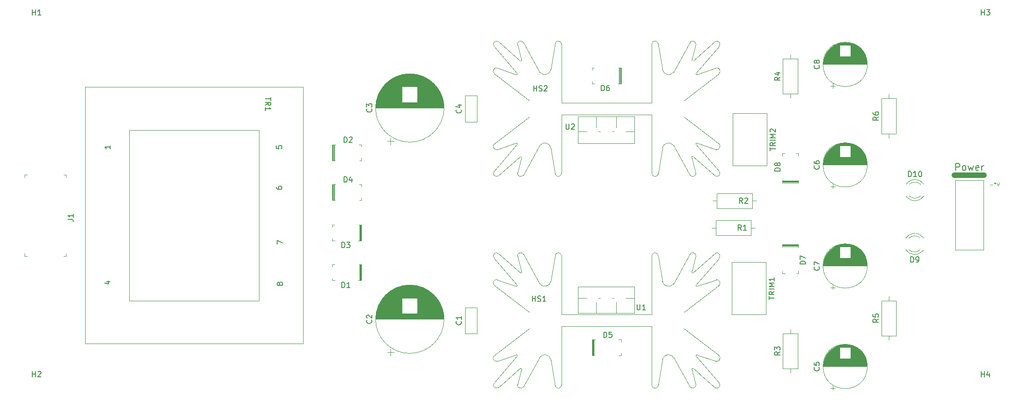
<source format=gbr>
%TF.GenerationSoftware,KiCad,Pcbnew,(6.0.0-0)*%
%TF.CreationDate,2022-01-03T20:25:41-06:00*%
%TF.ProjectId,Full Linear PSU,46756c6c-204c-4696-9e65-617220505355,0.1*%
%TF.SameCoordinates,Original*%
%TF.FileFunction,Legend,Top*%
%TF.FilePolarity,Positive*%
%FSLAX46Y46*%
G04 Gerber Fmt 4.6, Leading zero omitted, Abs format (unit mm)*
G04 Created by KiCad (PCBNEW (6.0.0-0)) date 2022-01-03 20:25:41*
%MOMM*%
%LPD*%
G01*
G04 APERTURE LIST*
%ADD10C,0.150000*%
%ADD11C,0.203200*%
%ADD12C,0.100000*%
%ADD13C,0.120000*%
%ADD14C,1.000000*%
G04 APERTURE END LIST*
D10*
%TO.C,R1*%
X198664333Y-104252380D02*
X198331000Y-103776190D01*
X198092904Y-104252380D02*
X198092904Y-103252380D01*
X198473857Y-103252380D01*
X198569095Y-103300000D01*
X198616714Y-103347619D01*
X198664333Y-103442857D01*
X198664333Y-103585714D01*
X198616714Y-103680952D01*
X198569095Y-103728571D01*
X198473857Y-103776190D01*
X198092904Y-103776190D01*
X199616714Y-104252380D02*
X199045285Y-104252380D01*
X199331000Y-104252380D02*
X199331000Y-103252380D01*
X199235761Y-103395238D01*
X199140523Y-103490476D01*
X199045285Y-103538095D01*
%TO.C,TR1*%
X111157619Y-79538095D02*
X111157619Y-80109523D01*
X110157619Y-79823809D02*
X111157619Y-79823809D01*
X110157619Y-81014285D02*
X110633809Y-80680952D01*
X110157619Y-80442857D02*
X111157619Y-80442857D01*
X111157619Y-80823809D01*
X111110000Y-80919047D01*
X111062380Y-80966666D01*
X110967142Y-81014285D01*
X110824285Y-81014285D01*
X110729047Y-80966666D01*
X110681428Y-80919047D01*
X110633809Y-80823809D01*
X110633809Y-80442857D01*
X110157619Y-81966666D02*
X110157619Y-81395238D01*
X110157619Y-81680952D02*
X111157619Y-81680952D01*
X111014761Y-81585714D01*
X110919523Y-81490476D01*
X110871904Y-81395238D01*
X112192380Y-96179523D02*
X112192380Y-96370000D01*
X112240000Y-96465238D01*
X112287619Y-96512857D01*
X112430476Y-96608095D01*
X112620952Y-96655714D01*
X113001904Y-96655714D01*
X113097142Y-96608095D01*
X113144761Y-96560476D01*
X113192380Y-96465238D01*
X113192380Y-96274761D01*
X113144761Y-96179523D01*
X113097142Y-96131904D01*
X113001904Y-96084285D01*
X112763809Y-96084285D01*
X112668571Y-96131904D01*
X112620952Y-96179523D01*
X112573333Y-96274761D01*
X112573333Y-96465238D01*
X112620952Y-96560476D01*
X112668571Y-96608095D01*
X112763809Y-96655714D01*
X112302380Y-106833333D02*
X112302380Y-106166666D01*
X113302380Y-106595238D01*
X112770952Y-114325238D02*
X112723333Y-114420476D01*
X112675714Y-114468095D01*
X112580476Y-114515714D01*
X112532857Y-114515714D01*
X112437619Y-114468095D01*
X112390000Y-114420476D01*
X112342380Y-114325238D01*
X112342380Y-114134761D01*
X112390000Y-114039523D01*
X112437619Y-113991904D01*
X112532857Y-113944285D01*
X112580476Y-113944285D01*
X112675714Y-113991904D01*
X112723333Y-114039523D01*
X112770952Y-114134761D01*
X112770952Y-114325238D01*
X112818571Y-114420476D01*
X112866190Y-114468095D01*
X112961428Y-114515714D01*
X113151904Y-114515714D01*
X113247142Y-114468095D01*
X113294761Y-114420476D01*
X113342380Y-114325238D01*
X113342380Y-114134761D01*
X113294761Y-114039523D01*
X113247142Y-113991904D01*
X113151904Y-113944285D01*
X112961428Y-113944285D01*
X112866190Y-113991904D01*
X112818571Y-114039523D01*
X112770952Y-114134761D01*
X80575714Y-113809523D02*
X81242380Y-113809523D01*
X80194761Y-114047619D02*
X80909047Y-114285714D01*
X80909047Y-113666666D01*
X81242380Y-88494285D02*
X81242380Y-89065714D01*
X81242380Y-88780000D02*
X80242380Y-88780000D01*
X80385238Y-88875238D01*
X80480476Y-88970476D01*
X80528095Y-89065714D01*
X112192380Y-88541904D02*
X112192380Y-89018095D01*
X112668571Y-89065714D01*
X112620952Y-89018095D01*
X112573333Y-88922857D01*
X112573333Y-88684761D01*
X112620952Y-88589523D01*
X112668571Y-88541904D01*
X112763809Y-88494285D01*
X113001904Y-88494285D01*
X113097142Y-88541904D01*
X113144761Y-88589523D01*
X113192380Y-88684761D01*
X113192380Y-88922857D01*
X113144761Y-89018095D01*
X113097142Y-89065714D01*
%TO.C,R6*%
X224182380Y-83186666D02*
X223706190Y-83520000D01*
X224182380Y-83758095D02*
X223182380Y-83758095D01*
X223182380Y-83377142D01*
X223230000Y-83281904D01*
X223277619Y-83234285D01*
X223372857Y-83186666D01*
X223515714Y-83186666D01*
X223610952Y-83234285D01*
X223658571Y-83281904D01*
X223706190Y-83377142D01*
X223706190Y-83758095D01*
X223182380Y-82329523D02*
X223182380Y-82520000D01*
X223230000Y-82615238D01*
X223277619Y-82662857D01*
X223420476Y-82758095D01*
X223610952Y-82805714D01*
X223991904Y-82805714D01*
X224087142Y-82758095D01*
X224134761Y-82710476D01*
X224182380Y-82615238D01*
X224182380Y-82424761D01*
X224134761Y-82329523D01*
X224087142Y-82281904D01*
X223991904Y-82234285D01*
X223753809Y-82234285D01*
X223658571Y-82281904D01*
X223610952Y-82329523D01*
X223563333Y-82424761D01*
X223563333Y-82615238D01*
X223610952Y-82710476D01*
X223658571Y-82758095D01*
X223753809Y-82805714D01*
%TO.C,R5*%
X224182380Y-120786666D02*
X223706190Y-121120000D01*
X224182380Y-121358095D02*
X223182380Y-121358095D01*
X223182380Y-120977142D01*
X223230000Y-120881904D01*
X223277619Y-120834285D01*
X223372857Y-120786666D01*
X223515714Y-120786666D01*
X223610952Y-120834285D01*
X223658571Y-120881904D01*
X223706190Y-120977142D01*
X223706190Y-121358095D01*
X223182380Y-119881904D02*
X223182380Y-120358095D01*
X223658571Y-120405714D01*
X223610952Y-120358095D01*
X223563333Y-120262857D01*
X223563333Y-120024761D01*
X223610952Y-119929523D01*
X223658571Y-119881904D01*
X223753809Y-119834285D01*
X223991904Y-119834285D01*
X224087142Y-119881904D01*
X224134761Y-119929523D01*
X224182380Y-120024761D01*
X224182380Y-120262857D01*
X224134761Y-120358095D01*
X224087142Y-120405714D01*
%TO.C,D3*%
X124348604Y-107499340D02*
X124348604Y-106499340D01*
X124586700Y-106499340D01*
X124729557Y-106546960D01*
X124824795Y-106642198D01*
X124872414Y-106737436D01*
X124920033Y-106927912D01*
X124920033Y-107070769D01*
X124872414Y-107261245D01*
X124824795Y-107356483D01*
X124729557Y-107451721D01*
X124586700Y-107499340D01*
X124348604Y-107499340D01*
X125253366Y-106499340D02*
X125872414Y-106499340D01*
X125539080Y-106880293D01*
X125681938Y-106880293D01*
X125777176Y-106927912D01*
X125824795Y-106975531D01*
X125872414Y-107070769D01*
X125872414Y-107308864D01*
X125824795Y-107404102D01*
X125777176Y-107451721D01*
X125681938Y-107499340D01*
X125396223Y-107499340D01*
X125300985Y-107451721D01*
X125253366Y-107404102D01*
%TO.C,C7*%
X213107142Y-111066666D02*
X213154761Y-111114285D01*
X213202380Y-111257142D01*
X213202380Y-111352380D01*
X213154761Y-111495238D01*
X213059523Y-111590476D01*
X212964285Y-111638095D01*
X212773809Y-111685714D01*
X212630952Y-111685714D01*
X212440476Y-111638095D01*
X212345238Y-111590476D01*
X212250000Y-111495238D01*
X212202380Y-111352380D01*
X212202380Y-111257142D01*
X212250000Y-111114285D01*
X212297619Y-111066666D01*
X212202380Y-110733333D02*
X212202380Y-110066666D01*
X213202380Y-110495238D01*
%TO.C,U1*%
X179275095Y-118067380D02*
X179275095Y-118876904D01*
X179322714Y-118972142D01*
X179370333Y-119019761D01*
X179465571Y-119067380D01*
X179656047Y-119067380D01*
X179751285Y-119019761D01*
X179798904Y-118972142D01*
X179846523Y-118876904D01*
X179846523Y-118067380D01*
X180846523Y-119067380D02*
X180275095Y-119067380D01*
X180560809Y-119067380D02*
X180560809Y-118067380D01*
X180465571Y-118210238D01*
X180370333Y-118305476D01*
X180275095Y-118353095D01*
%TO.C,TRIM2*%
X204012380Y-89431428D02*
X204012380Y-88860000D01*
X205012380Y-89145714D02*
X204012380Y-89145714D01*
X205012380Y-87955238D02*
X204536190Y-88288571D01*
X205012380Y-88526666D02*
X204012380Y-88526666D01*
X204012380Y-88145714D01*
X204060000Y-88050476D01*
X204107619Y-88002857D01*
X204202857Y-87955238D01*
X204345714Y-87955238D01*
X204440952Y-88002857D01*
X204488571Y-88050476D01*
X204536190Y-88145714D01*
X204536190Y-88526666D01*
X205012380Y-87526666D02*
X204012380Y-87526666D01*
X205012380Y-87050476D02*
X204012380Y-87050476D01*
X204726666Y-86717142D01*
X204012380Y-86383809D01*
X205012380Y-86383809D01*
X204107619Y-85955238D02*
X204060000Y-85907619D01*
X204012380Y-85812380D01*
X204012380Y-85574285D01*
X204060000Y-85479047D01*
X204107619Y-85431428D01*
X204202857Y-85383809D01*
X204298095Y-85383809D01*
X204440952Y-85431428D01*
X205012380Y-86002857D01*
X205012380Y-85383809D01*
%TO.C,C6*%
X213107142Y-92266666D02*
X213154761Y-92314285D01*
X213202380Y-92457142D01*
X213202380Y-92552380D01*
X213154761Y-92695238D01*
X213059523Y-92790476D01*
X212964285Y-92838095D01*
X212773809Y-92885714D01*
X212630952Y-92885714D01*
X212440476Y-92838095D01*
X212345238Y-92790476D01*
X212250000Y-92695238D01*
X212202380Y-92552380D01*
X212202380Y-92457142D01*
X212250000Y-92314285D01*
X212297619Y-92266666D01*
X212202380Y-91409523D02*
X212202380Y-91600000D01*
X212250000Y-91695238D01*
X212297619Y-91742857D01*
X212440476Y-91838095D01*
X212630952Y-91885714D01*
X213011904Y-91885714D01*
X213107142Y-91838095D01*
X213154761Y-91790476D01*
X213202380Y-91695238D01*
X213202380Y-91504761D01*
X213154761Y-91409523D01*
X213107142Y-91361904D01*
X213011904Y-91314285D01*
X212773809Y-91314285D01*
X212678571Y-91361904D01*
X212630952Y-91409523D01*
X212583333Y-91504761D01*
X212583333Y-91695238D01*
X212630952Y-91790476D01*
X212678571Y-91838095D01*
X212773809Y-91885714D01*
%TO.C,H4*%
X243332095Y-131526380D02*
X243332095Y-130526380D01*
X243332095Y-131002571D02*
X243903523Y-131002571D01*
X243903523Y-131526380D02*
X243903523Y-130526380D01*
X244808285Y-130859714D02*
X244808285Y-131526380D01*
X244570190Y-130478761D02*
X244332095Y-131193047D01*
X244951142Y-131193047D01*
%TO.C,D2*%
X124775204Y-87905420D02*
X124775204Y-86905420D01*
X125013300Y-86905420D01*
X125156157Y-86953040D01*
X125251395Y-87048278D01*
X125299014Y-87143516D01*
X125346633Y-87333992D01*
X125346633Y-87476849D01*
X125299014Y-87667325D01*
X125251395Y-87762563D01*
X125156157Y-87857801D01*
X125013300Y-87905420D01*
X124775204Y-87905420D01*
X125727585Y-87000659D02*
X125775204Y-86953040D01*
X125870442Y-86905420D01*
X126108538Y-86905420D01*
X126203776Y-86953040D01*
X126251395Y-87000659D01*
X126299014Y-87095897D01*
X126299014Y-87191135D01*
X126251395Y-87333992D01*
X125679966Y-87905420D01*
X126299014Y-87905420D01*
%TO.C,R3*%
X205882380Y-126886666D02*
X205406190Y-127220000D01*
X205882380Y-127458095D02*
X204882380Y-127458095D01*
X204882380Y-127077142D01*
X204930000Y-126981904D01*
X204977619Y-126934285D01*
X205072857Y-126886666D01*
X205215714Y-126886666D01*
X205310952Y-126934285D01*
X205358571Y-126981904D01*
X205406190Y-127077142D01*
X205406190Y-127458095D01*
X204882380Y-126553333D02*
X204882380Y-125934285D01*
X205263333Y-126267619D01*
X205263333Y-126124761D01*
X205310952Y-126029523D01*
X205358571Y-125981904D01*
X205453809Y-125934285D01*
X205691904Y-125934285D01*
X205787142Y-125981904D01*
X205834761Y-126029523D01*
X205882380Y-126124761D01*
X205882380Y-126410476D01*
X205834761Y-126505714D01*
X205787142Y-126553333D01*
%TO.C,TRIM1*%
X203812380Y-117131428D02*
X203812380Y-116560000D01*
X204812380Y-116845714D02*
X203812380Y-116845714D01*
X204812380Y-115655238D02*
X204336190Y-115988571D01*
X204812380Y-116226666D02*
X203812380Y-116226666D01*
X203812380Y-115845714D01*
X203860000Y-115750476D01*
X203907619Y-115702857D01*
X204002857Y-115655238D01*
X204145714Y-115655238D01*
X204240952Y-115702857D01*
X204288571Y-115750476D01*
X204336190Y-115845714D01*
X204336190Y-116226666D01*
X204812380Y-115226666D02*
X203812380Y-115226666D01*
X204812380Y-114750476D02*
X203812380Y-114750476D01*
X204526666Y-114417142D01*
X203812380Y-114083809D01*
X204812380Y-114083809D01*
X204812380Y-113083809D02*
X204812380Y-113655238D01*
X204812380Y-113369523D02*
X203812380Y-113369523D01*
X203955238Y-113464761D01*
X204050476Y-113560000D01*
X204098095Y-113655238D01*
%TO.C,J1*%
X73402380Y-102233333D02*
X74116666Y-102233333D01*
X74259523Y-102280952D01*
X74354761Y-102376190D01*
X74402380Y-102519047D01*
X74402380Y-102614285D01*
X74402380Y-101233333D02*
X74402380Y-101804761D01*
X74402380Y-101519047D02*
X73402380Y-101519047D01*
X73545238Y-101614285D01*
X73640476Y-101709523D01*
X73688095Y-101804761D01*
%TO.C,D1*%
X124348604Y-114899340D02*
X124348604Y-113899340D01*
X124586700Y-113899340D01*
X124729557Y-113946960D01*
X124824795Y-114042198D01*
X124872414Y-114137436D01*
X124920033Y-114327912D01*
X124920033Y-114470769D01*
X124872414Y-114661245D01*
X124824795Y-114756483D01*
X124729557Y-114851721D01*
X124586700Y-114899340D01*
X124348604Y-114899340D01*
X125872414Y-114899340D02*
X125300985Y-114899340D01*
X125586700Y-114899340D02*
X125586700Y-113899340D01*
X125491461Y-114042198D01*
X125396223Y-114137436D01*
X125300985Y-114185055D01*
%TO.C,C8*%
X213107142Y-73566666D02*
X213154761Y-73614285D01*
X213202380Y-73757142D01*
X213202380Y-73852380D01*
X213154761Y-73995238D01*
X213059523Y-74090476D01*
X212964285Y-74138095D01*
X212773809Y-74185714D01*
X212630952Y-74185714D01*
X212440476Y-74138095D01*
X212345238Y-74090476D01*
X212250000Y-73995238D01*
X212202380Y-73852380D01*
X212202380Y-73757142D01*
X212250000Y-73614285D01*
X212297619Y-73566666D01*
X212630952Y-72995238D02*
X212583333Y-73090476D01*
X212535714Y-73138095D01*
X212440476Y-73185714D01*
X212392857Y-73185714D01*
X212297619Y-73138095D01*
X212250000Y-73090476D01*
X212202380Y-72995238D01*
X212202380Y-72804761D01*
X212250000Y-72709523D01*
X212297619Y-72661904D01*
X212392857Y-72614285D01*
X212440476Y-72614285D01*
X212535714Y-72661904D01*
X212583333Y-72709523D01*
X212630952Y-72804761D01*
X212630952Y-72995238D01*
X212678571Y-73090476D01*
X212726190Y-73138095D01*
X212821428Y-73185714D01*
X213011904Y-73185714D01*
X213107142Y-73138095D01*
X213154761Y-73090476D01*
X213202380Y-72995238D01*
X213202380Y-72804761D01*
X213154761Y-72709523D01*
X213107142Y-72661904D01*
X213011904Y-72614285D01*
X212821428Y-72614285D01*
X212726190Y-72661904D01*
X212678571Y-72709523D01*
X212630952Y-72804761D01*
%TO.C,D4*%
X124775204Y-95305420D02*
X124775204Y-94305420D01*
X125013300Y-94305420D01*
X125156157Y-94353040D01*
X125251395Y-94448278D01*
X125299014Y-94543516D01*
X125346633Y-94733992D01*
X125346633Y-94876849D01*
X125299014Y-95067325D01*
X125251395Y-95162563D01*
X125156157Y-95257801D01*
X125013300Y-95305420D01*
X124775204Y-95305420D01*
X126203776Y-94638754D02*
X126203776Y-95305420D01*
X125965680Y-94257801D02*
X125727585Y-94972087D01*
X126346633Y-94972087D01*
%TO.C,H1*%
X66802095Y-64216380D02*
X66802095Y-63216380D01*
X66802095Y-63692571D02*
X67373523Y-63692571D01*
X67373523Y-64216380D02*
X67373523Y-63216380D01*
X68373523Y-64216380D02*
X67802095Y-64216380D01*
X68087809Y-64216380D02*
X68087809Y-63216380D01*
X67992571Y-63359238D01*
X67897333Y-63454476D01*
X67802095Y-63502095D01*
%TO.C,D6*%
X172648604Y-78299340D02*
X172648604Y-77299340D01*
X172886700Y-77299340D01*
X173029557Y-77346960D01*
X173124795Y-77442198D01*
X173172414Y-77537436D01*
X173220033Y-77727912D01*
X173220033Y-77870769D01*
X173172414Y-78061245D01*
X173124795Y-78156483D01*
X173029557Y-78251721D01*
X172886700Y-78299340D01*
X172648604Y-78299340D01*
X174077176Y-77299340D02*
X173886700Y-77299340D01*
X173791461Y-77346960D01*
X173743842Y-77394579D01*
X173648604Y-77537436D01*
X173600985Y-77727912D01*
X173600985Y-78108864D01*
X173648604Y-78204102D01*
X173696223Y-78251721D01*
X173791461Y-78299340D01*
X173981938Y-78299340D01*
X174077176Y-78251721D01*
X174124795Y-78204102D01*
X174172414Y-78108864D01*
X174172414Y-77870769D01*
X174124795Y-77775531D01*
X174077176Y-77727912D01*
X173981938Y-77680293D01*
X173791461Y-77680293D01*
X173696223Y-77727912D01*
X173648604Y-77775531D01*
X173600985Y-77870769D01*
%TO.C,D10*%
X229755714Y-94292380D02*
X229755714Y-93292380D01*
X229993809Y-93292380D01*
X230136666Y-93340000D01*
X230231904Y-93435238D01*
X230279523Y-93530476D01*
X230327142Y-93720952D01*
X230327142Y-93863809D01*
X230279523Y-94054285D01*
X230231904Y-94149523D01*
X230136666Y-94244761D01*
X229993809Y-94292380D01*
X229755714Y-94292380D01*
X231279523Y-94292380D02*
X230708095Y-94292380D01*
X230993809Y-94292380D02*
X230993809Y-93292380D01*
X230898571Y-93435238D01*
X230803333Y-93530476D01*
X230708095Y-93578095D01*
X231898571Y-93292380D02*
X231993809Y-93292380D01*
X232089047Y-93340000D01*
X232136666Y-93387619D01*
X232184285Y-93482857D01*
X232231904Y-93673333D01*
X232231904Y-93911428D01*
X232184285Y-94101904D01*
X232136666Y-94197142D01*
X232089047Y-94244761D01*
X231993809Y-94292380D01*
X231898571Y-94292380D01*
X231803333Y-94244761D01*
X231755714Y-94197142D01*
X231708095Y-94101904D01*
X231660476Y-93911428D01*
X231660476Y-93673333D01*
X231708095Y-93482857D01*
X231755714Y-93387619D01*
X231803333Y-93340000D01*
X231898571Y-93292380D01*
%TO.C,H2*%
X66802095Y-131526380D02*
X66802095Y-130526380D01*
X66802095Y-131002571D02*
X67373523Y-131002571D01*
X67373523Y-131526380D02*
X67373523Y-130526380D01*
X67802095Y-130621619D02*
X67849714Y-130574000D01*
X67944952Y-130526380D01*
X68183047Y-130526380D01*
X68278285Y-130574000D01*
X68325904Y-130621619D01*
X68373523Y-130716857D01*
X68373523Y-130812095D01*
X68325904Y-130954952D01*
X67754476Y-131526380D01*
X68373523Y-131526380D01*
%TO.C,R2*%
X198904333Y-99252380D02*
X198571000Y-98776190D01*
X198332904Y-99252380D02*
X198332904Y-98252380D01*
X198713857Y-98252380D01*
X198809095Y-98300000D01*
X198856714Y-98347619D01*
X198904333Y-98442857D01*
X198904333Y-98585714D01*
X198856714Y-98680952D01*
X198809095Y-98728571D01*
X198713857Y-98776190D01*
X198332904Y-98776190D01*
X199285285Y-98347619D02*
X199332904Y-98300000D01*
X199428142Y-98252380D01*
X199666238Y-98252380D01*
X199761476Y-98300000D01*
X199809095Y-98347619D01*
X199856714Y-98442857D01*
X199856714Y-98538095D01*
X199809095Y-98680952D01*
X199237666Y-99252380D01*
X199856714Y-99252380D01*
%TO.C,H3*%
X243332095Y-64216380D02*
X243332095Y-63216380D01*
X243332095Y-63692571D02*
X243903523Y-63692571D01*
X243903523Y-64216380D02*
X243903523Y-63216380D01*
X244284476Y-63216380D02*
X244903523Y-63216380D01*
X244570190Y-63597333D01*
X244713047Y-63597333D01*
X244808285Y-63644952D01*
X244855904Y-63692571D01*
X244903523Y-63787809D01*
X244903523Y-64025904D01*
X244855904Y-64121142D01*
X244808285Y-64168761D01*
X244713047Y-64216380D01*
X244427333Y-64216380D01*
X244332095Y-64168761D01*
X244284476Y-64121142D01*
%TO.C,R4*%
X205882380Y-75786666D02*
X205406190Y-76120000D01*
X205882380Y-76358095D02*
X204882380Y-76358095D01*
X204882380Y-75977142D01*
X204930000Y-75881904D01*
X204977619Y-75834285D01*
X205072857Y-75786666D01*
X205215714Y-75786666D01*
X205310952Y-75834285D01*
X205358571Y-75881904D01*
X205406190Y-75977142D01*
X205406190Y-76358095D01*
X205215714Y-74929523D02*
X205882380Y-74929523D01*
X204834761Y-75167619D02*
X205549047Y-75405714D01*
X205549047Y-74786666D01*
%TO.C,D9*%
X230191904Y-110212380D02*
X230191904Y-109212380D01*
X230430000Y-109212380D01*
X230572857Y-109260000D01*
X230668095Y-109355238D01*
X230715714Y-109450476D01*
X230763333Y-109640952D01*
X230763333Y-109783809D01*
X230715714Y-109974285D01*
X230668095Y-110069523D01*
X230572857Y-110164761D01*
X230430000Y-110212380D01*
X230191904Y-110212380D01*
X231239523Y-110212380D02*
X231430000Y-110212380D01*
X231525238Y-110164761D01*
X231572857Y-110117142D01*
X231668095Y-109974285D01*
X231715714Y-109783809D01*
X231715714Y-109402857D01*
X231668095Y-109307619D01*
X231620476Y-109260000D01*
X231525238Y-109212380D01*
X231334761Y-109212380D01*
X231239523Y-109260000D01*
X231191904Y-109307619D01*
X231144285Y-109402857D01*
X231144285Y-109640952D01*
X231191904Y-109736190D01*
X231239523Y-109783809D01*
X231334761Y-109831428D01*
X231525238Y-109831428D01*
X231620476Y-109783809D01*
X231668095Y-109736190D01*
X231715714Y-109640952D01*
%TO.C,C2*%
X129857142Y-120966666D02*
X129904761Y-121014285D01*
X129952380Y-121157142D01*
X129952380Y-121252380D01*
X129904761Y-121395238D01*
X129809523Y-121490476D01*
X129714285Y-121538095D01*
X129523809Y-121585714D01*
X129380952Y-121585714D01*
X129190476Y-121538095D01*
X129095238Y-121490476D01*
X129000000Y-121395238D01*
X128952380Y-121252380D01*
X128952380Y-121157142D01*
X129000000Y-121014285D01*
X129047619Y-120966666D01*
X129047619Y-120585714D02*
X129000000Y-120538095D01*
X128952380Y-120442857D01*
X128952380Y-120204761D01*
X129000000Y-120109523D01*
X129047619Y-120061904D01*
X129142857Y-120014285D01*
X129238095Y-120014285D01*
X129380952Y-120061904D01*
X129952380Y-120633333D01*
X129952380Y-120014285D01*
%TO.C,C5*%
X213107142Y-129766666D02*
X213154761Y-129814285D01*
X213202380Y-129957142D01*
X213202380Y-130052380D01*
X213154761Y-130195238D01*
X213059523Y-130290476D01*
X212964285Y-130338095D01*
X212773809Y-130385714D01*
X212630952Y-130385714D01*
X212440476Y-130338095D01*
X212345238Y-130290476D01*
X212250000Y-130195238D01*
X212202380Y-130052380D01*
X212202380Y-129957142D01*
X212250000Y-129814285D01*
X212297619Y-129766666D01*
X212202380Y-128861904D02*
X212202380Y-129338095D01*
X212678571Y-129385714D01*
X212630952Y-129338095D01*
X212583333Y-129242857D01*
X212583333Y-129004761D01*
X212630952Y-128909523D01*
X212678571Y-128861904D01*
X212773809Y-128814285D01*
X213011904Y-128814285D01*
X213107142Y-128861904D01*
X213154761Y-128909523D01*
X213202380Y-129004761D01*
X213202380Y-129242857D01*
X213154761Y-129338095D01*
X213107142Y-129385714D01*
%TO.C,C1*%
X146507142Y-121216666D02*
X146554761Y-121264285D01*
X146602380Y-121407142D01*
X146602380Y-121502380D01*
X146554761Y-121645238D01*
X146459523Y-121740476D01*
X146364285Y-121788095D01*
X146173809Y-121835714D01*
X146030952Y-121835714D01*
X145840476Y-121788095D01*
X145745238Y-121740476D01*
X145650000Y-121645238D01*
X145602380Y-121502380D01*
X145602380Y-121407142D01*
X145650000Y-121264285D01*
X145697619Y-121216666D01*
X146602380Y-120264285D02*
X146602380Y-120835714D01*
X146602380Y-120550000D02*
X145602380Y-120550000D01*
X145745238Y-120645238D01*
X145840476Y-120740476D01*
X145888095Y-120835714D01*
%TO.C,HS1*%
X159788904Y-117484380D02*
X159788904Y-116484380D01*
X159788904Y-116960571D02*
X160360333Y-116960571D01*
X160360333Y-117484380D02*
X160360333Y-116484380D01*
X160788904Y-117436761D02*
X160931761Y-117484380D01*
X161169857Y-117484380D01*
X161265095Y-117436761D01*
X161312714Y-117389142D01*
X161360333Y-117293904D01*
X161360333Y-117198666D01*
X161312714Y-117103428D01*
X161265095Y-117055809D01*
X161169857Y-117008190D01*
X160979380Y-116960571D01*
X160884142Y-116912952D01*
X160836523Y-116865333D01*
X160788904Y-116770095D01*
X160788904Y-116674857D01*
X160836523Y-116579619D01*
X160884142Y-116532000D01*
X160979380Y-116484380D01*
X161217476Y-116484380D01*
X161360333Y-116532000D01*
X162312714Y-117484380D02*
X161741285Y-117484380D01*
X162027000Y-117484380D02*
X162027000Y-116484380D01*
X161931761Y-116627238D01*
X161836523Y-116722476D01*
X161741285Y-116770095D01*
%TO.C,D5*%
X173075204Y-124205420D02*
X173075204Y-123205420D01*
X173313300Y-123205420D01*
X173456157Y-123253040D01*
X173551395Y-123348278D01*
X173599014Y-123443516D01*
X173646633Y-123633992D01*
X173646633Y-123776849D01*
X173599014Y-123967325D01*
X173551395Y-124062563D01*
X173456157Y-124157801D01*
X173313300Y-124205420D01*
X173075204Y-124205420D01*
X174551395Y-123205420D02*
X174075204Y-123205420D01*
X174027585Y-123681611D01*
X174075204Y-123633992D01*
X174170442Y-123586373D01*
X174408538Y-123586373D01*
X174503776Y-123633992D01*
X174551395Y-123681611D01*
X174599014Y-123776849D01*
X174599014Y-124014944D01*
X174551395Y-124110182D01*
X174503776Y-124157801D01*
X174408538Y-124205420D01*
X174170442Y-124205420D01*
X174075204Y-124157801D01*
X174027585Y-124110182D01*
%TO.C,D8*%
X205905420Y-93224795D02*
X204905420Y-93224795D01*
X204905420Y-92986700D01*
X204953040Y-92843842D01*
X205048278Y-92748604D01*
X205143516Y-92700985D01*
X205333992Y-92653366D01*
X205476849Y-92653366D01*
X205667325Y-92700985D01*
X205762563Y-92748604D01*
X205857801Y-92843842D01*
X205905420Y-92986700D01*
X205905420Y-93224795D01*
X205333992Y-92081938D02*
X205286373Y-92177176D01*
X205238754Y-92224795D01*
X205143516Y-92272414D01*
X205095897Y-92272414D01*
X205000659Y-92224795D01*
X204953040Y-92177176D01*
X204905420Y-92081938D01*
X204905420Y-91891461D01*
X204953040Y-91796223D01*
X205000659Y-91748604D01*
X205095897Y-91700985D01*
X205143516Y-91700985D01*
X205238754Y-91748604D01*
X205286373Y-91796223D01*
X205333992Y-91891461D01*
X205333992Y-92081938D01*
X205381611Y-92177176D01*
X205429230Y-92224795D01*
X205524468Y-92272414D01*
X205714944Y-92272414D01*
X205810182Y-92224795D01*
X205857801Y-92177176D01*
X205905420Y-92081938D01*
X205905420Y-91891461D01*
X205857801Y-91796223D01*
X205810182Y-91748604D01*
X205714944Y-91700985D01*
X205524468Y-91700985D01*
X205429230Y-91748604D01*
X205381611Y-91796223D01*
X205333992Y-91891461D01*
D11*
%TO.C,J2*%
X238590238Y-93124523D02*
X238590238Y-91854523D01*
X239074047Y-91854523D01*
X239195000Y-91915000D01*
X239255476Y-91975476D01*
X239315952Y-92096428D01*
X239315952Y-92277857D01*
X239255476Y-92398809D01*
X239195000Y-92459285D01*
X239074047Y-92519761D01*
X238590238Y-92519761D01*
X240041666Y-93124523D02*
X239920714Y-93064047D01*
X239860238Y-93003571D01*
X239799761Y-92882619D01*
X239799761Y-92519761D01*
X239860238Y-92398809D01*
X239920714Y-92338333D01*
X240041666Y-92277857D01*
X240223095Y-92277857D01*
X240344047Y-92338333D01*
X240404523Y-92398809D01*
X240465000Y-92519761D01*
X240465000Y-92882619D01*
X240404523Y-93003571D01*
X240344047Y-93064047D01*
X240223095Y-93124523D01*
X240041666Y-93124523D01*
X240888333Y-92277857D02*
X241130238Y-93124523D01*
X241372142Y-92519761D01*
X241614047Y-93124523D01*
X241855952Y-92277857D01*
X242823571Y-93064047D02*
X242702619Y-93124523D01*
X242460714Y-93124523D01*
X242339761Y-93064047D01*
X242279285Y-92943095D01*
X242279285Y-92459285D01*
X242339761Y-92338333D01*
X242460714Y-92277857D01*
X242702619Y-92277857D01*
X242823571Y-92338333D01*
X242884047Y-92459285D01*
X242884047Y-92580238D01*
X242279285Y-92701190D01*
X243428333Y-93124523D02*
X243428333Y-92277857D01*
X243428333Y-92519761D02*
X243488809Y-92398809D01*
X243549285Y-92338333D01*
X243670238Y-92277857D01*
X243791190Y-92277857D01*
D12*
X244914666Y-95780000D02*
X245448000Y-95780000D01*
X245881333Y-95346666D02*
X245881333Y-95513333D01*
X245714666Y-95446666D02*
X245881333Y-95513333D01*
X246048000Y-95446666D01*
X245781333Y-95646666D02*
X245881333Y-95513333D01*
X245981333Y-95646666D01*
X246214666Y-95346666D02*
X246448000Y-96046666D01*
X246681333Y-95346666D01*
D10*
%TO.C,C3*%
X129857142Y-81666666D02*
X129904761Y-81714285D01*
X129952380Y-81857142D01*
X129952380Y-81952380D01*
X129904761Y-82095238D01*
X129809523Y-82190476D01*
X129714285Y-82238095D01*
X129523809Y-82285714D01*
X129380952Y-82285714D01*
X129190476Y-82238095D01*
X129095238Y-82190476D01*
X129000000Y-82095238D01*
X128952380Y-81952380D01*
X128952380Y-81857142D01*
X129000000Y-81714285D01*
X129047619Y-81666666D01*
X128952380Y-81333333D02*
X128952380Y-80714285D01*
X129333333Y-81047619D01*
X129333333Y-80904761D01*
X129380952Y-80809523D01*
X129428571Y-80761904D01*
X129523809Y-80714285D01*
X129761904Y-80714285D01*
X129857142Y-80761904D01*
X129904761Y-80809523D01*
X129952380Y-80904761D01*
X129952380Y-81190476D01*
X129904761Y-81285714D01*
X129857142Y-81333333D01*
%TO.C,D7*%
X210599340Y-110551395D02*
X209599340Y-110551395D01*
X209599340Y-110313300D01*
X209646960Y-110170442D01*
X209742198Y-110075204D01*
X209837436Y-110027585D01*
X210027912Y-109979966D01*
X210170769Y-109979966D01*
X210361245Y-110027585D01*
X210456483Y-110075204D01*
X210551721Y-110170442D01*
X210599340Y-110313300D01*
X210599340Y-110551395D01*
X209599340Y-109646633D02*
X209599340Y-108979966D01*
X210599340Y-109408538D01*
%TO.C,HS2*%
X160042904Y-78375380D02*
X160042904Y-77375380D01*
X160042904Y-77851571D02*
X160614333Y-77851571D01*
X160614333Y-78375380D02*
X160614333Y-77375380D01*
X161042904Y-78327761D02*
X161185761Y-78375380D01*
X161423857Y-78375380D01*
X161519095Y-78327761D01*
X161566714Y-78280142D01*
X161614333Y-78184904D01*
X161614333Y-78089666D01*
X161566714Y-77994428D01*
X161519095Y-77946809D01*
X161423857Y-77899190D01*
X161233380Y-77851571D01*
X161138142Y-77803952D01*
X161090523Y-77756333D01*
X161042904Y-77661095D01*
X161042904Y-77565857D01*
X161090523Y-77470619D01*
X161138142Y-77423000D01*
X161233380Y-77375380D01*
X161471476Y-77375380D01*
X161614333Y-77423000D01*
X161995285Y-77470619D02*
X162042904Y-77423000D01*
X162138142Y-77375380D01*
X162376238Y-77375380D01*
X162471476Y-77423000D01*
X162519095Y-77470619D01*
X162566714Y-77565857D01*
X162566714Y-77661095D01*
X162519095Y-77803952D01*
X161947666Y-78375380D01*
X162566714Y-78375380D01*
%TO.C,U2*%
X166047095Y-84482380D02*
X166047095Y-85291904D01*
X166094714Y-85387142D01*
X166142333Y-85434761D01*
X166237571Y-85482380D01*
X166428047Y-85482380D01*
X166523285Y-85434761D01*
X166570904Y-85387142D01*
X166618523Y-85291904D01*
X166618523Y-84482380D01*
X167047095Y-84577619D02*
X167094714Y-84530000D01*
X167189952Y-84482380D01*
X167428047Y-84482380D01*
X167523285Y-84530000D01*
X167570904Y-84577619D01*
X167618523Y-84672857D01*
X167618523Y-84768095D01*
X167570904Y-84910952D01*
X166999476Y-85482380D01*
X167618523Y-85482380D01*
%TO.C,C4*%
X146507142Y-81816666D02*
X146554761Y-81864285D01*
X146602380Y-82007142D01*
X146602380Y-82102380D01*
X146554761Y-82245238D01*
X146459523Y-82340476D01*
X146364285Y-82388095D01*
X146173809Y-82435714D01*
X146030952Y-82435714D01*
X145840476Y-82388095D01*
X145745238Y-82340476D01*
X145650000Y-82245238D01*
X145602380Y-82102380D01*
X145602380Y-82007142D01*
X145650000Y-81864285D01*
X145697619Y-81816666D01*
X145935714Y-80959523D02*
X146602380Y-80959523D01*
X145554761Y-81197619D02*
X146269047Y-81435714D01*
X146269047Y-80816666D01*
D13*
%TO.C,R1*%
X193140000Y-103800000D02*
X193910000Y-103800000D01*
X200450000Y-102430000D02*
X193910000Y-102430000D01*
X200450000Y-105170000D02*
X200450000Y-102430000D01*
X201220000Y-103800000D02*
X200450000Y-103800000D01*
X193910000Y-105170000D02*
X200450000Y-105170000D01*
X193910000Y-102430000D02*
X193910000Y-105170000D01*
%TO.C,TR1*%
X84835000Y-85625000D02*
X84835000Y-117375000D01*
X76620000Y-125365000D02*
X117180000Y-125365000D01*
X117180000Y-77635000D02*
X76620000Y-77635000D01*
X84835000Y-117370000D02*
X108965000Y-117370000D01*
X76620000Y-125365000D02*
X76620000Y-77635000D01*
X108965000Y-117375000D02*
X108965000Y-85625000D01*
X108965000Y-85625000D02*
X84835000Y-85625000D01*
X117180000Y-77635000D02*
X117180000Y-125365000D01*
%TO.C,R6*%
X227470000Y-79750000D02*
X224730000Y-79750000D01*
X224730000Y-79750000D02*
X224730000Y-86290000D01*
X226100000Y-78980000D02*
X226100000Y-79750000D01*
X224730000Y-86290000D02*
X227470000Y-86290000D01*
X226100000Y-87060000D02*
X226100000Y-86290000D01*
X227470000Y-86290000D02*
X227470000Y-79750000D01*
%TO.C,R5*%
X224730000Y-117350000D02*
X224730000Y-123890000D01*
X224730000Y-123890000D02*
X227470000Y-123890000D01*
X227470000Y-123890000D02*
X227470000Y-117350000D01*
X227470000Y-117350000D02*
X224730000Y-117350000D01*
X226100000Y-116580000D02*
X226100000Y-117350000D01*
X226100000Y-124660000D02*
X226100000Y-123890000D01*
D12*
%TO.C,D3*%
X127925000Y-106175000D02*
X127925000Y-103225000D01*
X128025000Y-106175000D02*
X128025000Y-103225000D01*
X122575000Y-103675000D02*
X122575000Y-103225000D01*
X127825000Y-106175000D02*
X127825000Y-103225000D01*
X127425000Y-106175000D02*
X128025000Y-106175000D01*
X127625000Y-106175000D02*
X127625000Y-103225000D01*
X127725000Y-106175000D02*
X127725000Y-103225000D01*
X128025000Y-103225000D02*
X127525000Y-103225000D01*
X123075000Y-106175000D02*
X122575000Y-106175000D01*
X122575000Y-106175000D02*
X122575000Y-105800000D01*
X122575000Y-103225000D02*
X122975000Y-103225000D01*
D13*
%TO.C,C7*%
X214394000Y-108979000D02*
X216960000Y-108979000D01*
X214811000Y-108339000D02*
X216960000Y-108339000D01*
X219040000Y-109259000D02*
X221740000Y-109259000D01*
X214278000Y-109219000D02*
X216960000Y-109219000D01*
X219040000Y-108619000D02*
X221392000Y-108619000D01*
X214608000Y-108619000D02*
X216960000Y-108619000D01*
X214314000Y-109139000D02*
X216960000Y-109139000D01*
X215834000Y-107419000D02*
X216960000Y-107419000D01*
X219040000Y-108099000D02*
X220983000Y-108099000D01*
X219040000Y-108259000D02*
X221124000Y-108259000D01*
X214662000Y-108539000D02*
X216960000Y-108539000D01*
X217232000Y-106859000D02*
X218768000Y-106859000D01*
X216902000Y-106939000D02*
X219098000Y-106939000D01*
X215093000Y-108019000D02*
X216960000Y-108019000D01*
X219040000Y-109179000D02*
X221704000Y-109179000D01*
X214006000Y-110059000D02*
X221994000Y-110059000D01*
X215396000Y-107739000D02*
X216960000Y-107739000D01*
X214296000Y-109179000D02*
X216960000Y-109179000D01*
X213939000Y-110500000D02*
X222061000Y-110500000D01*
X213990000Y-110139000D02*
X222010000Y-110139000D01*
X213970000Y-110260000D02*
X222030000Y-110260000D01*
X219040000Y-108179000D02*
X221055000Y-108179000D01*
X214043000Y-109899000D02*
X221957000Y-109899000D01*
X214195000Y-109419000D02*
X216960000Y-109419000D01*
X213935000Y-110540000D02*
X222065000Y-110540000D01*
X213948000Y-110420000D02*
X222052000Y-110420000D01*
X214098000Y-109699000D02*
X221902000Y-109699000D01*
X219040000Y-107859000D02*
X220741000Y-107859000D01*
X213952000Y-110380000D02*
X222048000Y-110380000D01*
X219040000Y-108819000D02*
X221517000Y-108819000D01*
X214226000Y-109339000D02*
X216960000Y-109339000D01*
X215713000Y-107499000D02*
X216960000Y-107499000D01*
X216187000Y-107219000D02*
X219813000Y-107219000D01*
X219040000Y-107899000D02*
X220784000Y-107899000D01*
X219040000Y-108299000D02*
X221156000Y-108299000D01*
X216654000Y-107019000D02*
X219346000Y-107019000D01*
X215966000Y-107339000D02*
X220034000Y-107339000D01*
X215017000Y-108099000D02*
X216960000Y-108099000D01*
X219040000Y-107819000D02*
X220697000Y-107819000D01*
X214582000Y-108659000D02*
X216960000Y-108659000D01*
X214150000Y-109539000D02*
X221850000Y-109539000D01*
X215285000Y-114909698D02*
X216085000Y-114909698D01*
X214416000Y-108939000D02*
X216960000Y-108939000D01*
X214945000Y-108179000D02*
X216960000Y-108179000D01*
X219040000Y-107739000D02*
X220604000Y-107739000D01*
X216269000Y-107179000D02*
X219731000Y-107179000D01*
X213958000Y-110340000D02*
X222042000Y-110340000D01*
X216110000Y-107259000D02*
X219890000Y-107259000D01*
X213920000Y-110860000D02*
X222080000Y-110860000D01*
X219040000Y-108579000D02*
X221365000Y-108579000D01*
X219040000Y-107419000D02*
X220166000Y-107419000D01*
X215495000Y-107659000D02*
X216960000Y-107659000D01*
X219040000Y-107579000D02*
X220400000Y-107579000D01*
X215259000Y-107859000D02*
X216960000Y-107859000D01*
X214165000Y-109499000D02*
X221835000Y-109499000D01*
X213926000Y-110660000D02*
X222074000Y-110660000D01*
X215655000Y-107539000D02*
X216960000Y-107539000D01*
X219040000Y-107619000D02*
X220454000Y-107619000D01*
X213929000Y-110620000D02*
X222071000Y-110620000D01*
X214483000Y-108819000D02*
X216960000Y-108819000D01*
X213921000Y-110780000D02*
X222079000Y-110780000D01*
X214260000Y-109259000D02*
X216960000Y-109259000D01*
X219040000Y-108379000D02*
X221220000Y-108379000D01*
X214123000Y-109619000D02*
X221877000Y-109619000D01*
X219040000Y-107779000D02*
X220651000Y-107779000D01*
X219040000Y-109419000D02*
X221805000Y-109419000D01*
X219040000Y-107499000D02*
X220287000Y-107499000D01*
X219040000Y-108139000D02*
X221019000Y-108139000D01*
X213932000Y-110580000D02*
X222068000Y-110580000D01*
X219040000Y-107379000D02*
X220102000Y-107379000D01*
X215303000Y-107819000D02*
X216960000Y-107819000D01*
X214981000Y-108139000D02*
X216960000Y-108139000D01*
X214910000Y-108219000D02*
X216960000Y-108219000D01*
X219040000Y-108059000D02*
X220945000Y-108059000D01*
X214075000Y-109779000D02*
X221925000Y-109779000D01*
X216355000Y-107139000D02*
X219645000Y-107139000D01*
X213963000Y-110300000D02*
X222037000Y-110300000D01*
X215546000Y-107619000D02*
X216960000Y-107619000D01*
X213943000Y-110460000D02*
X222057000Y-110460000D01*
X219040000Y-109099000D02*
X221666000Y-109099000D01*
X214086000Y-109739000D02*
X221914000Y-109739000D01*
X214720000Y-108459000D02*
X216960000Y-108459000D01*
X215349000Y-107779000D02*
X216960000Y-107779000D01*
X219040000Y-108899000D02*
X221562000Y-108899000D01*
X219040000Y-108219000D02*
X221090000Y-108219000D01*
X219040000Y-108459000D02*
X221280000Y-108459000D01*
X219040000Y-107539000D02*
X220345000Y-107539000D01*
X215444000Y-107699000D02*
X216960000Y-107699000D01*
X214531000Y-108739000D02*
X216960000Y-108739000D01*
X214556000Y-108699000D02*
X216960000Y-108699000D01*
X215216000Y-107899000D02*
X216960000Y-107899000D01*
X219040000Y-109139000D02*
X221686000Y-109139000D01*
X219040000Y-107659000D02*
X220505000Y-107659000D01*
X214179000Y-109459000D02*
X221821000Y-109459000D01*
X219040000Y-108739000D02*
X221469000Y-108739000D01*
X213923000Y-110740000D02*
X222077000Y-110740000D01*
X219040000Y-108339000D02*
X221189000Y-108339000D01*
X219040000Y-107939000D02*
X220826000Y-107939000D01*
X219040000Y-108699000D02*
X221444000Y-108699000D01*
X217052000Y-106899000D02*
X218948000Y-106899000D01*
X219040000Y-107699000D02*
X220556000Y-107699000D01*
X216448000Y-107099000D02*
X219552000Y-107099000D01*
X219040000Y-109019000D02*
X221627000Y-109019000D01*
X213924000Y-110700000D02*
X222076000Y-110700000D01*
X214691000Y-108499000D02*
X216960000Y-108499000D01*
X215055000Y-108059000D02*
X216960000Y-108059000D01*
X215133000Y-107979000D02*
X216960000Y-107979000D01*
X219040000Y-108939000D02*
X221584000Y-108939000D01*
X214635000Y-108579000D02*
X216960000Y-108579000D01*
X214373000Y-109019000D02*
X216960000Y-109019000D01*
X215685000Y-115309698D02*
X215685000Y-114509698D01*
X213998000Y-110099000D02*
X222002000Y-110099000D01*
X214750000Y-108419000D02*
X216960000Y-108419000D01*
X219040000Y-107979000D02*
X220867000Y-107979000D01*
X216547000Y-107059000D02*
X219453000Y-107059000D01*
X214876000Y-108259000D02*
X216960000Y-108259000D01*
X219040000Y-108779000D02*
X221493000Y-108779000D01*
X219040000Y-108499000D02*
X221309000Y-108499000D01*
X219040000Y-108659000D02*
X221418000Y-108659000D01*
X214111000Y-109659000D02*
X221889000Y-109659000D01*
X216771000Y-106979000D02*
X219229000Y-106979000D01*
X219040000Y-108419000D02*
X221250000Y-108419000D01*
X213983000Y-110179000D02*
X222017000Y-110179000D01*
X215898000Y-107379000D02*
X216960000Y-107379000D01*
X214780000Y-108379000D02*
X216960000Y-108379000D01*
X215174000Y-107939000D02*
X216960000Y-107939000D01*
X219040000Y-108859000D02*
X221540000Y-108859000D01*
X214334000Y-109099000D02*
X216960000Y-109099000D01*
X214024000Y-109979000D02*
X221976000Y-109979000D01*
X214015000Y-110019000D02*
X221985000Y-110019000D01*
X215600000Y-107579000D02*
X216960000Y-107579000D01*
X214033000Y-109939000D02*
X221967000Y-109939000D01*
X215772000Y-107459000D02*
X216960000Y-107459000D01*
X214507000Y-108779000D02*
X216960000Y-108779000D01*
X219040000Y-108979000D02*
X221606000Y-108979000D01*
X214460000Y-108859000D02*
X216960000Y-108859000D01*
X219040000Y-108019000D02*
X220907000Y-108019000D01*
X214243000Y-109299000D02*
X216960000Y-109299000D01*
X219040000Y-109059000D02*
X221647000Y-109059000D01*
X219040000Y-109219000D02*
X221722000Y-109219000D01*
X213920000Y-110900000D02*
X222080000Y-110900000D01*
X214064000Y-109819000D02*
X221936000Y-109819000D01*
X216036000Y-107299000D02*
X219964000Y-107299000D01*
X214844000Y-108299000D02*
X216960000Y-108299000D01*
X217467000Y-106819000D02*
X218533000Y-106819000D01*
X214053000Y-109859000D02*
X221947000Y-109859000D01*
X219040000Y-109379000D02*
X221790000Y-109379000D01*
X219040000Y-107459000D02*
X220228000Y-107459000D01*
X214438000Y-108899000D02*
X216960000Y-108899000D01*
X213920000Y-110820000D02*
X222080000Y-110820000D01*
X214353000Y-109059000D02*
X216960000Y-109059000D01*
X214137000Y-109579000D02*
X221863000Y-109579000D01*
X213976000Y-110220000D02*
X222024000Y-110220000D01*
X214210000Y-109379000D02*
X216960000Y-109379000D01*
X219040000Y-108539000D02*
X221338000Y-108539000D01*
X219040000Y-109339000D02*
X221774000Y-109339000D01*
X219040000Y-109299000D02*
X221757000Y-109299000D01*
X222120000Y-110900000D02*
G75*
G03*
X222120000Y-110900000I-4120000J0D01*
G01*
%TO.C,U1*%
X168310000Y-119668000D02*
X168310000Y-114727000D01*
X171709000Y-119668000D02*
X171709000Y-117650000D01*
X169917000Y-116908000D02*
X168310000Y-116908000D01*
X178810000Y-116908000D02*
X177203000Y-116908000D01*
X178810000Y-119668000D02*
X168310000Y-119668000D01*
X172457000Y-116908000D02*
X172122000Y-116908000D01*
X175410000Y-119668000D02*
X175410000Y-117650000D01*
X178810000Y-119668000D02*
X178810000Y-114727000D01*
X174997000Y-116908000D02*
X174662000Y-116908000D01*
X178810000Y-114727000D02*
X168310000Y-114727000D01*
%TO.C,TRIM2*%
X197090000Y-82475000D02*
X197090000Y-92245000D01*
X203430000Y-82475000D02*
X197090000Y-82475000D01*
X203430000Y-82475000D02*
X203430000Y-92245000D01*
X203430000Y-92245000D02*
X197090000Y-92245000D01*
%TO.C,C6*%
X214226000Y-90539000D02*
X216960000Y-90539000D01*
X214780000Y-89579000D02*
X216960000Y-89579000D01*
X214483000Y-90019000D02*
X216960000Y-90019000D01*
X214720000Y-89659000D02*
X216960000Y-89659000D01*
X214064000Y-91019000D02*
X221936000Y-91019000D01*
X216654000Y-88219000D02*
X219346000Y-88219000D01*
X219040000Y-88659000D02*
X220228000Y-88659000D01*
X219040000Y-90019000D02*
X221517000Y-90019000D01*
X213923000Y-91940000D02*
X222077000Y-91940000D01*
X214750000Y-89619000D02*
X216960000Y-89619000D01*
X219040000Y-89619000D02*
X221250000Y-89619000D01*
X219040000Y-89699000D02*
X221309000Y-89699000D01*
X214876000Y-89459000D02*
X216960000Y-89459000D01*
X214556000Y-89899000D02*
X216960000Y-89899000D01*
X214981000Y-89339000D02*
X216960000Y-89339000D01*
X216448000Y-88299000D02*
X219552000Y-88299000D01*
X214460000Y-90059000D02*
X216960000Y-90059000D01*
X219040000Y-90379000D02*
X221704000Y-90379000D01*
X213976000Y-91420000D02*
X222024000Y-91420000D01*
X214123000Y-90819000D02*
X221877000Y-90819000D01*
X214334000Y-90299000D02*
X216960000Y-90299000D01*
X214416000Y-90139000D02*
X216960000Y-90139000D01*
X213952000Y-91580000D02*
X222048000Y-91580000D01*
X219040000Y-90539000D02*
X221774000Y-90539000D01*
X214075000Y-90979000D02*
X221925000Y-90979000D01*
X215444000Y-88899000D02*
X216960000Y-88899000D01*
X219040000Y-88819000D02*
X220454000Y-88819000D01*
X213920000Y-92060000D02*
X222080000Y-92060000D01*
X219040000Y-90499000D02*
X221757000Y-90499000D01*
X219040000Y-89139000D02*
X220826000Y-89139000D01*
X215017000Y-89299000D02*
X216960000Y-89299000D01*
X214053000Y-91059000D02*
X221947000Y-91059000D01*
X214033000Y-91139000D02*
X221967000Y-91139000D01*
X219040000Y-90299000D02*
X221666000Y-90299000D01*
X219040000Y-88859000D02*
X220505000Y-88859000D01*
X219040000Y-89179000D02*
X220867000Y-89179000D01*
X213970000Y-91460000D02*
X222030000Y-91460000D01*
X219040000Y-89499000D02*
X221156000Y-89499000D01*
X216269000Y-88379000D02*
X219731000Y-88379000D01*
X214373000Y-90219000D02*
X216960000Y-90219000D01*
X214260000Y-90459000D02*
X216960000Y-90459000D01*
X215772000Y-88659000D02*
X216960000Y-88659000D01*
X213924000Y-91900000D02*
X222076000Y-91900000D01*
X213920000Y-92100000D02*
X222080000Y-92100000D01*
X214210000Y-90579000D02*
X216960000Y-90579000D01*
X214582000Y-89859000D02*
X216960000Y-89859000D01*
X214243000Y-90499000D02*
X216960000Y-90499000D01*
X219040000Y-89059000D02*
X220741000Y-89059000D01*
X215285000Y-96109698D02*
X216085000Y-96109698D01*
X219040000Y-88579000D02*
X220102000Y-88579000D01*
X215495000Y-88859000D02*
X216960000Y-88859000D01*
X213926000Y-91860000D02*
X222074000Y-91860000D01*
X213958000Y-91540000D02*
X222042000Y-91540000D01*
X217052000Y-88099000D02*
X218948000Y-88099000D01*
X219040000Y-88899000D02*
X220556000Y-88899000D01*
X214910000Y-89419000D02*
X216960000Y-89419000D01*
X216187000Y-88419000D02*
X219813000Y-88419000D01*
X216547000Y-88259000D02*
X219453000Y-88259000D01*
X214531000Y-89939000D02*
X216960000Y-89939000D01*
X213935000Y-91740000D02*
X222065000Y-91740000D01*
X213921000Y-91980000D02*
X222079000Y-91980000D01*
X219040000Y-90219000D02*
X221627000Y-90219000D01*
X219040000Y-89019000D02*
X220697000Y-89019000D01*
X214111000Y-90859000D02*
X221889000Y-90859000D01*
X215655000Y-88739000D02*
X216960000Y-88739000D01*
X214165000Y-90699000D02*
X221835000Y-90699000D01*
X214353000Y-90259000D02*
X216960000Y-90259000D01*
X213998000Y-91299000D02*
X222002000Y-91299000D01*
X219040000Y-88699000D02*
X220287000Y-88699000D01*
X215259000Y-89059000D02*
X216960000Y-89059000D01*
X213963000Y-91500000D02*
X222037000Y-91500000D01*
X214438000Y-90099000D02*
X216960000Y-90099000D01*
X215898000Y-88579000D02*
X216960000Y-88579000D01*
X219040000Y-90259000D02*
X221647000Y-90259000D01*
X215093000Y-89219000D02*
X216960000Y-89219000D01*
X214394000Y-90179000D02*
X216960000Y-90179000D01*
X214195000Y-90619000D02*
X216960000Y-90619000D01*
X216036000Y-88499000D02*
X219964000Y-88499000D01*
X215546000Y-88819000D02*
X216960000Y-88819000D01*
X219040000Y-89539000D02*
X221189000Y-89539000D01*
X215713000Y-88699000D02*
X216960000Y-88699000D01*
X219040000Y-89979000D02*
X221493000Y-89979000D01*
X215133000Y-89179000D02*
X216960000Y-89179000D01*
X216902000Y-88139000D02*
X219098000Y-88139000D01*
X215055000Y-89259000D02*
X216960000Y-89259000D01*
X219040000Y-89099000D02*
X220784000Y-89099000D01*
X214844000Y-89499000D02*
X216960000Y-89499000D01*
X214015000Y-91219000D02*
X221985000Y-91219000D01*
X213929000Y-91820000D02*
X222071000Y-91820000D01*
X215966000Y-88539000D02*
X220034000Y-88539000D01*
X219040000Y-90339000D02*
X221686000Y-90339000D01*
X219040000Y-90059000D02*
X221540000Y-90059000D01*
X219040000Y-89419000D02*
X221090000Y-89419000D01*
X219040000Y-89579000D02*
X221220000Y-89579000D01*
X213932000Y-91780000D02*
X222068000Y-91780000D01*
X219040000Y-90419000D02*
X221722000Y-90419000D01*
X214006000Y-91259000D02*
X221994000Y-91259000D01*
X217232000Y-88059000D02*
X218768000Y-88059000D01*
X215349000Y-88979000D02*
X216960000Y-88979000D01*
X219040000Y-88739000D02*
X220345000Y-88739000D01*
X213948000Y-91620000D02*
X222052000Y-91620000D01*
X215216000Y-89099000D02*
X216960000Y-89099000D01*
X219040000Y-89379000D02*
X221055000Y-89379000D01*
X219040000Y-89859000D02*
X221418000Y-89859000D01*
X213990000Y-91339000D02*
X222010000Y-91339000D01*
X213939000Y-91700000D02*
X222061000Y-91700000D01*
X219040000Y-89259000D02*
X220945000Y-89259000D01*
X219040000Y-88979000D02*
X220651000Y-88979000D01*
X214507000Y-89979000D02*
X216960000Y-89979000D01*
X219040000Y-89339000D02*
X221019000Y-89339000D01*
X215600000Y-88779000D02*
X216960000Y-88779000D01*
X214691000Y-89699000D02*
X216960000Y-89699000D01*
X214150000Y-90739000D02*
X221850000Y-90739000D01*
X216110000Y-88459000D02*
X219890000Y-88459000D01*
X214043000Y-91099000D02*
X221957000Y-91099000D01*
X213943000Y-91660000D02*
X222057000Y-91660000D01*
X219040000Y-89939000D02*
X221469000Y-89939000D01*
X214945000Y-89379000D02*
X216960000Y-89379000D01*
X214024000Y-91179000D02*
X221976000Y-91179000D01*
X219040000Y-90139000D02*
X221584000Y-90139000D01*
X214635000Y-89779000D02*
X216960000Y-89779000D01*
X215303000Y-89019000D02*
X216960000Y-89019000D01*
X214608000Y-89819000D02*
X216960000Y-89819000D01*
X215685000Y-96509698D02*
X215685000Y-95709698D01*
X219040000Y-89459000D02*
X221124000Y-89459000D01*
X219040000Y-89819000D02*
X221392000Y-89819000D01*
X219040000Y-89779000D02*
X221365000Y-89779000D01*
X215396000Y-88939000D02*
X216960000Y-88939000D01*
X216771000Y-88179000D02*
X219229000Y-88179000D01*
X219040000Y-88619000D02*
X220166000Y-88619000D01*
X219040000Y-88939000D02*
X220604000Y-88939000D01*
X219040000Y-89219000D02*
X220907000Y-89219000D01*
X214278000Y-90419000D02*
X216960000Y-90419000D01*
X214179000Y-90659000D02*
X221821000Y-90659000D01*
X219040000Y-90619000D02*
X221805000Y-90619000D01*
X214811000Y-89539000D02*
X216960000Y-89539000D01*
X214086000Y-90939000D02*
X221914000Y-90939000D01*
X213983000Y-91379000D02*
X222017000Y-91379000D01*
X219040000Y-88779000D02*
X220400000Y-88779000D01*
X219040000Y-89659000D02*
X221280000Y-89659000D01*
X219040000Y-89299000D02*
X220983000Y-89299000D01*
X219040000Y-89739000D02*
X221338000Y-89739000D01*
X214314000Y-90339000D02*
X216960000Y-90339000D01*
X213920000Y-92020000D02*
X222080000Y-92020000D01*
X219040000Y-90579000D02*
X221790000Y-90579000D01*
X219040000Y-90099000D02*
X221562000Y-90099000D01*
X214137000Y-90779000D02*
X221863000Y-90779000D01*
X215174000Y-89139000D02*
X216960000Y-89139000D01*
X215834000Y-88619000D02*
X216960000Y-88619000D01*
X214662000Y-89739000D02*
X216960000Y-89739000D01*
X216355000Y-88339000D02*
X219645000Y-88339000D01*
X214098000Y-90899000D02*
X221902000Y-90899000D01*
X219040000Y-90179000D02*
X221606000Y-90179000D01*
X217467000Y-88019000D02*
X218533000Y-88019000D01*
X214296000Y-90379000D02*
X216960000Y-90379000D01*
X219040000Y-90459000D02*
X221740000Y-90459000D01*
X219040000Y-89899000D02*
X221444000Y-89899000D01*
X222120000Y-92100000D02*
G75*
G03*
X222120000Y-92100000I-4120000J0D01*
G01*
D12*
%TO.C,D2*%
X128025000Y-90825000D02*
X128025000Y-91275000D01*
X127525000Y-88325000D02*
X128025000Y-88325000D01*
X128025000Y-91275000D02*
X127625000Y-91275000D01*
X128025000Y-88325000D02*
X128025000Y-88700000D01*
X122675000Y-88325000D02*
X122675000Y-91275000D01*
X122875000Y-88325000D02*
X122875000Y-91275000D01*
X122575000Y-91275000D02*
X123075000Y-91275000D01*
X122775000Y-88325000D02*
X122775000Y-91275000D01*
X123175000Y-88325000D02*
X122575000Y-88325000D01*
X122975000Y-88325000D02*
X122975000Y-91275000D01*
X122575000Y-88325000D02*
X122575000Y-91275000D01*
D13*
%TO.C,R3*%
X206430000Y-129990000D02*
X209170000Y-129990000D01*
X207800000Y-122680000D02*
X207800000Y-123450000D01*
X209170000Y-123450000D02*
X206430000Y-123450000D01*
X206430000Y-123450000D02*
X206430000Y-129990000D01*
X209170000Y-129990000D02*
X209170000Y-123450000D01*
X207800000Y-130760000D02*
X207800000Y-129990000D01*
%TO.C,TRIM1*%
X203230000Y-110175000D02*
X196890000Y-110175000D01*
X196890000Y-110175000D02*
X196890000Y-119945000D01*
X203230000Y-119945000D02*
X196890000Y-119945000D01*
X203230000Y-110175000D02*
X203230000Y-119945000D01*
D12*
%TO.C,J1*%
X65350000Y-93900000D02*
X65850000Y-93900000D01*
X65350000Y-109100000D02*
X65850000Y-109100000D01*
X73050000Y-93900000D02*
X73050000Y-94400000D01*
X73050000Y-93900000D02*
X72600000Y-93900000D01*
X65350000Y-93900000D02*
X65350000Y-94400000D01*
X73050000Y-109100000D02*
X72600000Y-109100000D01*
X73050000Y-109100000D02*
X73050000Y-108600000D01*
X65350000Y-109100000D02*
X65350000Y-108600000D01*
%TO.C,D1*%
X123075000Y-113575000D02*
X122575000Y-113575000D01*
X122575000Y-111075000D02*
X122575000Y-110625000D01*
X122575000Y-113575000D02*
X122575000Y-113200000D01*
X128025000Y-113575000D02*
X128025000Y-110625000D01*
X127725000Y-113575000D02*
X127725000Y-110625000D01*
X128025000Y-110625000D02*
X127525000Y-110625000D01*
X127625000Y-113575000D02*
X127625000Y-110625000D01*
X127425000Y-113575000D02*
X128025000Y-113575000D01*
X122575000Y-110625000D02*
X122975000Y-110625000D01*
X127925000Y-113575000D02*
X127925000Y-110625000D01*
X127825000Y-113575000D02*
X127825000Y-110625000D01*
D13*
%TO.C,C8*%
X219040000Y-69919000D02*
X220166000Y-69919000D01*
X215713000Y-69999000D02*
X216960000Y-69999000D01*
X219040000Y-71119000D02*
X221392000Y-71119000D01*
X213970000Y-72760000D02*
X222030000Y-72760000D01*
X219040000Y-70839000D02*
X221189000Y-70839000D01*
X214278000Y-71719000D02*
X216960000Y-71719000D01*
X213958000Y-72840000D02*
X222042000Y-72840000D01*
X216187000Y-69719000D02*
X219813000Y-69719000D01*
X219040000Y-71679000D02*
X221704000Y-71679000D01*
X214064000Y-72319000D02*
X221936000Y-72319000D01*
X214075000Y-72279000D02*
X221925000Y-72279000D01*
X219040000Y-71079000D02*
X221365000Y-71079000D01*
X219040000Y-71639000D02*
X221686000Y-71639000D01*
X214053000Y-72359000D02*
X221947000Y-72359000D01*
X219040000Y-70359000D02*
X220741000Y-70359000D01*
X215055000Y-70559000D02*
X216960000Y-70559000D01*
X219040000Y-70479000D02*
X220867000Y-70479000D01*
X213983000Y-72679000D02*
X222017000Y-72679000D01*
X215655000Y-70039000D02*
X216960000Y-70039000D01*
X215546000Y-70119000D02*
X216960000Y-70119000D01*
X219040000Y-71479000D02*
X221606000Y-71479000D01*
X214483000Y-71319000D02*
X216960000Y-71319000D01*
X213976000Y-72720000D02*
X222024000Y-72720000D01*
X213952000Y-72880000D02*
X222048000Y-72880000D01*
X214015000Y-72519000D02*
X221985000Y-72519000D01*
X214844000Y-70799000D02*
X216960000Y-70799000D01*
X219040000Y-71599000D02*
X221666000Y-71599000D01*
X219040000Y-71839000D02*
X221774000Y-71839000D01*
X214691000Y-70999000D02*
X216960000Y-70999000D01*
X215396000Y-70239000D02*
X216960000Y-70239000D01*
X214098000Y-72199000D02*
X221902000Y-72199000D01*
X219040000Y-71719000D02*
X221722000Y-71719000D01*
X219040000Y-69879000D02*
X220102000Y-69879000D01*
X213932000Y-73080000D02*
X222068000Y-73080000D01*
X219040000Y-71359000D02*
X221540000Y-71359000D01*
X215898000Y-69879000D02*
X216960000Y-69879000D01*
X219040000Y-71879000D02*
X221790000Y-71879000D01*
X219040000Y-71439000D02*
X221584000Y-71439000D01*
X216355000Y-69639000D02*
X219645000Y-69639000D01*
X215133000Y-70479000D02*
X216960000Y-70479000D01*
X214662000Y-71039000D02*
X216960000Y-71039000D01*
X214635000Y-71079000D02*
X216960000Y-71079000D01*
X215685000Y-77809698D02*
X215685000Y-77009698D01*
X214416000Y-71439000D02*
X216960000Y-71439000D01*
X219040000Y-69959000D02*
X220228000Y-69959000D01*
X216269000Y-69679000D02*
X219731000Y-69679000D01*
X219040000Y-70759000D02*
X221124000Y-70759000D01*
X214179000Y-71959000D02*
X221821000Y-71959000D01*
X214945000Y-70679000D02*
X216960000Y-70679000D01*
X219040000Y-69999000D02*
X220287000Y-69999000D01*
X214024000Y-72479000D02*
X221976000Y-72479000D01*
X219040000Y-70519000D02*
X220907000Y-70519000D01*
X219040000Y-71279000D02*
X221493000Y-71279000D01*
X217052000Y-69399000D02*
X218948000Y-69399000D01*
X213920000Y-73400000D02*
X222080000Y-73400000D01*
X214531000Y-71239000D02*
X216960000Y-71239000D01*
X219040000Y-70919000D02*
X221250000Y-70919000D01*
X219040000Y-70039000D02*
X220345000Y-70039000D01*
X219040000Y-70879000D02*
X221220000Y-70879000D01*
X219040000Y-70639000D02*
X221019000Y-70639000D01*
X215259000Y-70359000D02*
X216960000Y-70359000D01*
X219040000Y-70559000D02*
X220945000Y-70559000D01*
X219040000Y-71199000D02*
X221444000Y-71199000D01*
X213948000Y-72920000D02*
X222052000Y-72920000D01*
X214086000Y-72239000D02*
X221914000Y-72239000D01*
X214981000Y-70639000D02*
X216960000Y-70639000D01*
X219040000Y-71559000D02*
X221647000Y-71559000D01*
X213923000Y-73240000D02*
X222077000Y-73240000D01*
X214780000Y-70879000D02*
X216960000Y-70879000D01*
X217467000Y-69319000D02*
X218533000Y-69319000D01*
X215017000Y-70599000D02*
X216960000Y-70599000D01*
X215285000Y-77409698D02*
X216085000Y-77409698D01*
X219040000Y-71239000D02*
X221469000Y-71239000D01*
X215216000Y-70399000D02*
X216960000Y-70399000D01*
X219040000Y-70959000D02*
X221280000Y-70959000D01*
X219040000Y-71159000D02*
X221418000Y-71159000D01*
X214195000Y-71919000D02*
X216960000Y-71919000D01*
X214438000Y-71399000D02*
X216960000Y-71399000D01*
X214150000Y-72039000D02*
X221850000Y-72039000D01*
X219040000Y-70599000D02*
X220983000Y-70599000D01*
X214123000Y-72119000D02*
X221877000Y-72119000D01*
X213943000Y-72960000D02*
X222057000Y-72960000D01*
X216036000Y-69799000D02*
X219964000Y-69799000D01*
X216902000Y-69439000D02*
X219098000Y-69439000D01*
X213935000Y-73040000D02*
X222065000Y-73040000D01*
X215303000Y-70319000D02*
X216960000Y-70319000D01*
X216771000Y-69479000D02*
X219229000Y-69479000D01*
X215444000Y-70199000D02*
X216960000Y-70199000D01*
X213924000Y-73200000D02*
X222076000Y-73200000D01*
X219040000Y-70119000D02*
X220454000Y-70119000D01*
X219040000Y-70199000D02*
X220556000Y-70199000D01*
X214260000Y-71759000D02*
X216960000Y-71759000D01*
X213939000Y-73000000D02*
X222061000Y-73000000D01*
X214811000Y-70839000D02*
X216960000Y-70839000D01*
X219040000Y-70799000D02*
X221156000Y-70799000D01*
X214210000Y-71879000D02*
X216960000Y-71879000D01*
X214043000Y-72399000D02*
X221957000Y-72399000D01*
X219040000Y-70239000D02*
X220604000Y-70239000D01*
X219040000Y-70999000D02*
X221309000Y-70999000D01*
X219040000Y-71919000D02*
X221805000Y-71919000D01*
X213920000Y-73360000D02*
X222080000Y-73360000D01*
X214582000Y-71159000D02*
X216960000Y-71159000D01*
X214006000Y-72559000D02*
X221994000Y-72559000D01*
X216654000Y-69519000D02*
X219346000Y-69519000D01*
X216448000Y-69599000D02*
X219552000Y-69599000D01*
X219040000Y-71759000D02*
X221740000Y-71759000D01*
X219040000Y-70399000D02*
X220784000Y-70399000D01*
X213921000Y-73280000D02*
X222079000Y-73280000D01*
X214750000Y-70919000D02*
X216960000Y-70919000D01*
X219040000Y-70319000D02*
X220697000Y-70319000D01*
X214165000Y-71999000D02*
X221835000Y-71999000D01*
X214720000Y-70959000D02*
X216960000Y-70959000D01*
X214910000Y-70719000D02*
X216960000Y-70719000D01*
X213920000Y-73320000D02*
X222080000Y-73320000D01*
X215174000Y-70439000D02*
X216960000Y-70439000D01*
X213926000Y-73160000D02*
X222074000Y-73160000D01*
X219040000Y-70159000D02*
X220505000Y-70159000D01*
X219040000Y-71399000D02*
X221562000Y-71399000D01*
X219040000Y-70439000D02*
X220826000Y-70439000D01*
X219040000Y-71519000D02*
X221627000Y-71519000D01*
X214507000Y-71279000D02*
X216960000Y-71279000D01*
X214334000Y-71599000D02*
X216960000Y-71599000D01*
X214296000Y-71679000D02*
X216960000Y-71679000D01*
X214033000Y-72439000D02*
X221967000Y-72439000D01*
X215834000Y-69919000D02*
X216960000Y-69919000D01*
X213929000Y-73120000D02*
X222071000Y-73120000D01*
X219040000Y-70679000D02*
X221055000Y-70679000D01*
X215349000Y-70279000D02*
X216960000Y-70279000D01*
X213990000Y-72639000D02*
X222010000Y-72639000D01*
X214460000Y-71359000D02*
X216960000Y-71359000D01*
X214353000Y-71559000D02*
X216960000Y-71559000D01*
X216110000Y-69759000D02*
X219890000Y-69759000D01*
X214226000Y-71839000D02*
X216960000Y-71839000D01*
X214394000Y-71479000D02*
X216960000Y-71479000D01*
X214373000Y-71519000D02*
X216960000Y-71519000D01*
X219040000Y-70279000D02*
X220651000Y-70279000D01*
X217232000Y-69359000D02*
X218768000Y-69359000D01*
X214137000Y-72079000D02*
X221863000Y-72079000D01*
X219040000Y-70079000D02*
X220400000Y-70079000D01*
X215495000Y-70159000D02*
X216960000Y-70159000D01*
X213998000Y-72599000D02*
X222002000Y-72599000D01*
X213963000Y-72800000D02*
X222037000Y-72800000D01*
X219040000Y-70719000D02*
X221090000Y-70719000D01*
X214314000Y-71639000D02*
X216960000Y-71639000D01*
X214243000Y-71799000D02*
X216960000Y-71799000D01*
X219040000Y-71799000D02*
X221757000Y-71799000D01*
X216547000Y-69559000D02*
X219453000Y-69559000D01*
X219040000Y-71319000D02*
X221517000Y-71319000D01*
X219040000Y-71039000D02*
X221338000Y-71039000D01*
X214608000Y-71119000D02*
X216960000Y-71119000D01*
X215600000Y-70079000D02*
X216960000Y-70079000D01*
X215966000Y-69839000D02*
X220034000Y-69839000D01*
X214876000Y-70759000D02*
X216960000Y-70759000D01*
X214111000Y-72159000D02*
X221889000Y-72159000D01*
X214556000Y-71199000D02*
X216960000Y-71199000D01*
X215772000Y-69959000D02*
X216960000Y-69959000D01*
X215093000Y-70519000D02*
X216960000Y-70519000D01*
X222120000Y-73400000D02*
G75*
G03*
X222120000Y-73400000I-4120000J0D01*
G01*
D12*
%TO.C,D4*%
X122875000Y-95725000D02*
X122875000Y-98675000D01*
X122975000Y-95725000D02*
X122975000Y-98675000D01*
X128025000Y-95725000D02*
X128025000Y-96100000D01*
X128025000Y-98675000D02*
X127625000Y-98675000D01*
X123175000Y-95725000D02*
X122575000Y-95725000D01*
X122775000Y-95725000D02*
X122775000Y-98675000D01*
X122575000Y-95725000D02*
X122575000Y-98675000D01*
X127525000Y-95725000D02*
X128025000Y-95725000D01*
X128025000Y-98225000D02*
X128025000Y-98675000D01*
X122575000Y-98675000D02*
X123075000Y-98675000D01*
X122675000Y-95725000D02*
X122675000Y-98675000D01*
%TO.C,D6*%
X170875000Y-74475000D02*
X170875000Y-74025000D01*
X171375000Y-76975000D02*
X170875000Y-76975000D01*
X170875000Y-74025000D02*
X171275000Y-74025000D01*
X176025000Y-76975000D02*
X176025000Y-74025000D01*
X170875000Y-76975000D02*
X170875000Y-76600000D01*
X175925000Y-76975000D02*
X175925000Y-74025000D01*
X176325000Y-76975000D02*
X176325000Y-74025000D01*
X176225000Y-76975000D02*
X176225000Y-74025000D01*
X175725000Y-76975000D02*
X176325000Y-76975000D01*
X176325000Y-74025000D02*
X175825000Y-74025000D01*
X176125000Y-76975000D02*
X176125000Y-74025000D01*
D13*
%TO.C,D10*%
X229410000Y-95564000D02*
X229410000Y-95720000D01*
X229410000Y-97880000D02*
X229410000Y-98036000D01*
X232642335Y-95721392D02*
G75*
G03*
X229410000Y-95564484I-1672335J-1078609D01*
G01*
X229410000Y-98035516D02*
G75*
G03*
X232642335Y-97878608I1560000J1235517D01*
G01*
X229929039Y-97880000D02*
G75*
G03*
X232011130Y-97879837I1040961J1080000D01*
G01*
X232011130Y-95720163D02*
G75*
G03*
X229929039Y-95720000I-1041130J-1079837D01*
G01*
%TO.C,R2*%
X201460000Y-98800000D02*
X200690000Y-98800000D01*
X200690000Y-100170000D02*
X200690000Y-97430000D01*
X193380000Y-98800000D02*
X194150000Y-98800000D01*
X194150000Y-97430000D02*
X194150000Y-100170000D01*
X200690000Y-97430000D02*
X194150000Y-97430000D01*
X194150000Y-100170000D02*
X200690000Y-100170000D01*
%TO.C,R4*%
X207800000Y-79660000D02*
X207800000Y-78890000D01*
X206430000Y-78890000D02*
X209170000Y-78890000D01*
X206430000Y-72350000D02*
X206430000Y-78890000D01*
X209170000Y-72350000D02*
X206430000Y-72350000D01*
X207800000Y-71580000D02*
X207800000Y-72350000D01*
X209170000Y-78890000D02*
X209170000Y-72350000D01*
%TO.C,D9*%
X232490000Y-108036000D02*
X232490000Y-107880000D01*
X232490000Y-105720000D02*
X232490000Y-105564000D01*
X229257665Y-107878608D02*
G75*
G03*
X232490000Y-108035516I1672335J1078609D01*
G01*
X231970961Y-105720000D02*
G75*
G03*
X229888870Y-105720163I-1040961J-1080000D01*
G01*
X232490000Y-105564484D02*
G75*
G03*
X229257665Y-105721392I-1560000J-1235517D01*
G01*
X229888870Y-107879837D02*
G75*
G03*
X231970961Y-107880000I1041130J1079837D01*
G01*
%TO.C,C2*%
X138440000Y-117479000D02*
X142397000Y-117479000D01*
X138440000Y-119319000D02*
X143156000Y-119319000D01*
X130715000Y-120039000D02*
X143285000Y-120039000D01*
X134590000Y-114919000D02*
X139410000Y-114919000D01*
X136243000Y-114479000D02*
X137757000Y-114479000D01*
X130736000Y-119879000D02*
X143264000Y-119879000D01*
X138440000Y-118279000D02*
X142811000Y-118279000D01*
X131957000Y-116959000D02*
X135560000Y-116959000D01*
X138440000Y-118879000D02*
X143034000Y-118879000D01*
X130917000Y-119039000D02*
X135560000Y-119039000D01*
X138440000Y-117079000D02*
X142131000Y-117079000D01*
X134156000Y-115119000D02*
X139844000Y-115119000D01*
X133043000Y-115839000D02*
X140957000Y-115839000D01*
X131061000Y-118599000D02*
X135560000Y-118599000D01*
X133792000Y-115319000D02*
X140208000Y-115319000D01*
X138440000Y-118479000D02*
X142893000Y-118479000D01*
X133093000Y-115799000D02*
X140907000Y-115799000D01*
X138440000Y-117799000D02*
X142580000Y-117799000D01*
X138440000Y-116919000D02*
X142012000Y-116919000D01*
X132082000Y-116799000D02*
X141918000Y-116799000D01*
X131224000Y-118199000D02*
X135560000Y-118199000D01*
X132358000Y-116479000D02*
X141642000Y-116479000D01*
X131033000Y-118679000D02*
X135560000Y-118679000D01*
X130676000Y-120520000D02*
X143324000Y-120520000D01*
X131399000Y-117839000D02*
X135560000Y-117839000D01*
X138440000Y-118159000D02*
X142758000Y-118159000D01*
X138440000Y-119079000D02*
X143094000Y-119079000D01*
X138440000Y-117039000D02*
X142102000Y-117039000D01*
X138440000Y-119639000D02*
X143224000Y-119639000D01*
X130755000Y-119759000D02*
X143245000Y-119759000D01*
X138440000Y-118039000D02*
X142702000Y-118039000D01*
X131509000Y-117639000D02*
X135560000Y-117639000D01*
X131107000Y-118479000D02*
X135560000Y-118479000D01*
X138440000Y-118319000D02*
X142828000Y-118319000D01*
X131704000Y-117319000D02*
X135560000Y-117319000D01*
X132433000Y-116399000D02*
X141567000Y-116399000D01*
X130854000Y-119279000D02*
X135560000Y-119279000D01*
X131579000Y-117519000D02*
X135560000Y-117519000D01*
X138440000Y-117959000D02*
X142662000Y-117959000D01*
X134688000Y-114879000D02*
X139312000Y-114879000D01*
X131019000Y-118719000D02*
X135560000Y-118719000D01*
X138440000Y-117359000D02*
X142322000Y-117359000D01*
X138440000Y-118799000D02*
X143008000Y-118799000D01*
X132762000Y-116079000D02*
X141238000Y-116079000D01*
X130742000Y-119839000D02*
X143258000Y-119839000D01*
X135759000Y-114559000D02*
X138241000Y-114559000D01*
X131189000Y-118279000D02*
X135560000Y-118279000D01*
X132592000Y-116239000D02*
X141408000Y-116239000D01*
X135417000Y-114639000D02*
X138583000Y-114639000D01*
X136683000Y-114439000D02*
X137317000Y-114439000D01*
X132322000Y-116519000D02*
X141678000Y-116519000D01*
X130979000Y-118839000D02*
X135560000Y-118839000D01*
X131442000Y-117759000D02*
X135560000Y-117759000D01*
X133476000Y-115519000D02*
X140524000Y-115519000D01*
X131653000Y-117399000D02*
X135560000Y-117399000D01*
X131279000Y-118079000D02*
X135560000Y-118079000D01*
X131358000Y-117919000D02*
X135560000Y-117919000D01*
X130670000Y-120800000D02*
X143330000Y-120800000D01*
X138440000Y-117559000D02*
X142445000Y-117559000D01*
X133417000Y-115559000D02*
X140583000Y-115559000D01*
X131555000Y-117559000D02*
X135560000Y-117559000D01*
X130725000Y-119959000D02*
X143275000Y-119959000D01*
X130776000Y-119639000D02*
X135560000Y-119639000D01*
X130685000Y-120360000D02*
X143315000Y-120360000D01*
X133360000Y-115599000D02*
X140640000Y-115599000D01*
X130670000Y-120760000D02*
X143330000Y-120760000D01*
X131242000Y-118159000D02*
X135560000Y-118159000D01*
X133598000Y-115439000D02*
X140402000Y-115439000D01*
X131730000Y-117279000D02*
X135560000Y-117279000D01*
X130953000Y-118919000D02*
X135560000Y-118919000D01*
X138440000Y-118839000D02*
X143021000Y-118839000D01*
X138440000Y-118119000D02*
X142739000Y-118119000D01*
X132115000Y-116759000D02*
X141885000Y-116759000D01*
X135972000Y-114519000D02*
X138028000Y-114519000D01*
X138440000Y-118599000D02*
X142939000Y-118599000D01*
X130941000Y-118959000D02*
X135560000Y-118959000D01*
X138440000Y-119119000D02*
X143105000Y-119119000D01*
X131532000Y-117599000D02*
X135560000Y-117599000D01*
X135578000Y-114599000D02*
X138422000Y-114599000D01*
X132898000Y-115959000D02*
X141102000Y-115959000D01*
X130670000Y-120720000D02*
X143330000Y-120720000D01*
X138440000Y-117719000D02*
X142536000Y-117719000D01*
X130784000Y-119599000D02*
X135560000Y-119599000D01*
X134236000Y-115079000D02*
X139764000Y-115079000D01*
X134791000Y-114839000D02*
X139209000Y-114839000D01*
X138440000Y-117279000D02*
X142270000Y-117279000D01*
X130762000Y-119719000D02*
X135560000Y-119719000D01*
X134319000Y-115039000D02*
X139681000Y-115039000D01*
X134079000Y-115159000D02*
X139921000Y-115159000D01*
X135016000Y-114759000D02*
X138984000Y-114759000D01*
X138440000Y-118239000D02*
X142793000Y-118239000D01*
X130906000Y-119079000D02*
X135560000Y-119079000D01*
X134900000Y-114799000D02*
X139100000Y-114799000D01*
X138440000Y-117119000D02*
X142160000Y-117119000D01*
X130674000Y-120560000D02*
X143326000Y-120560000D01*
X132250000Y-116599000D02*
X141750000Y-116599000D01*
X130673000Y-120600000D02*
X143327000Y-120600000D01*
X138440000Y-116999000D02*
X142073000Y-116999000D01*
X134004000Y-115199000D02*
X139996000Y-115199000D01*
X138440000Y-118559000D02*
X142924000Y-118559000D01*
X131784000Y-117199000D02*
X135560000Y-117199000D01*
X132945000Y-115919000D02*
X141055000Y-115919000D01*
X138440000Y-117399000D02*
X142347000Y-117399000D01*
X132181000Y-116679000D02*
X141819000Y-116679000D01*
X131261000Y-118119000D02*
X135560000Y-118119000D01*
X132993000Y-115879000D02*
X141007000Y-115879000D01*
X132395000Y-116439000D02*
X141605000Y-116439000D01*
X131318000Y-117999000D02*
X135560000Y-117999000D01*
X131298000Y-118039000D02*
X135560000Y-118039000D01*
X131155000Y-118359000D02*
X135560000Y-118359000D01*
X131047000Y-118639000D02*
X135560000Y-118639000D01*
X138440000Y-118679000D02*
X142967000Y-118679000D01*
X130844000Y-119319000D02*
X135560000Y-119319000D01*
X130895000Y-119119000D02*
X135560000Y-119119000D01*
X131869000Y-117079000D02*
X135560000Y-117079000D01*
X138440000Y-118719000D02*
X142981000Y-118719000D01*
X138440000Y-119679000D02*
X143231000Y-119679000D01*
X134496000Y-114959000D02*
X139504000Y-114959000D01*
X130816000Y-119439000D02*
X135560000Y-119439000D01*
X130698000Y-120200000D02*
X143302000Y-120200000D01*
X130678000Y-120480000D02*
X143322000Y-120480000D01*
X138440000Y-117679000D02*
X142514000Y-117679000D01*
X138440000Y-117879000D02*
X142622000Y-117879000D01*
X130706000Y-120120000D02*
X143294000Y-120120000D01*
X131840000Y-117119000D02*
X135560000Y-117119000D01*
X132852000Y-115999000D02*
X141148000Y-115999000D01*
X138440000Y-119599000D02*
X143216000Y-119599000D01*
X130702000Y-120160000D02*
X143298000Y-120160000D01*
X132018000Y-116879000D02*
X135560000Y-116879000D01*
X130884000Y-119159000D02*
X135560000Y-119159000D01*
X138440000Y-119159000D02*
X143116000Y-119159000D01*
X138440000Y-117759000D02*
X142558000Y-117759000D01*
X138440000Y-117919000D02*
X142642000Y-117919000D01*
X131338000Y-117959000D02*
X135560000Y-117959000D01*
X131420000Y-117799000D02*
X135560000Y-117799000D01*
X130966000Y-118879000D02*
X135560000Y-118879000D01*
X138440000Y-119439000D02*
X143184000Y-119439000D01*
X132675000Y-116159000D02*
X141325000Y-116159000D01*
X138440000Y-118439000D02*
X142877000Y-118439000D01*
X131139000Y-118399000D02*
X135560000Y-118399000D01*
X133144000Y-115759000D02*
X140856000Y-115759000D01*
X138440000Y-118999000D02*
X143071000Y-118999000D01*
X131092000Y-118519000D02*
X135560000Y-118519000D01*
X130731000Y-119919000D02*
X143269000Y-119919000D01*
X131678000Y-117359000D02*
X135560000Y-117359000D01*
X131757000Y-117239000D02*
X135560000Y-117239000D01*
X133304000Y-115639000D02*
X140696000Y-115639000D01*
X130929000Y-118999000D02*
X135560000Y-118999000D01*
X138440000Y-119519000D02*
X143201000Y-119519000D01*
X138440000Y-117599000D02*
X142468000Y-117599000D01*
X132511000Y-116319000D02*
X141489000Y-116319000D01*
X130791000Y-119559000D02*
X135560000Y-119559000D01*
X138440000Y-119279000D02*
X143146000Y-119279000D01*
X138440000Y-118519000D02*
X142908000Y-118519000D01*
X138440000Y-116959000D02*
X142043000Y-116959000D01*
X138440000Y-117639000D02*
X142491000Y-117639000D01*
X133931000Y-115239000D02*
X140069000Y-115239000D01*
X135139000Y-114719000D02*
X138861000Y-114719000D01*
X133661000Y-115399000D02*
X140339000Y-115399000D01*
X131207000Y-118239000D02*
X135560000Y-118239000D01*
X138440000Y-118399000D02*
X142861000Y-118399000D01*
X138440000Y-119399000D02*
X143175000Y-119399000D01*
X138440000Y-117199000D02*
X142216000Y-117199000D01*
X130769000Y-119679000D02*
X135560000Y-119679000D01*
X131076000Y-118559000D02*
X135560000Y-118559000D01*
X131812000Y-117159000D02*
X135560000Y-117159000D01*
X134406000Y-114999000D02*
X139594000Y-114999000D01*
X138440000Y-118919000D02*
X143047000Y-118919000D01*
X138440000Y-118199000D02*
X142776000Y-118199000D01*
X132050000Y-116839000D02*
X141950000Y-116839000D01*
X130834000Y-119359000D02*
X135560000Y-119359000D01*
X132286000Y-116559000D02*
X141714000Y-116559000D01*
X131628000Y-117439000D02*
X135560000Y-117439000D01*
X130680000Y-120440000D02*
X143320000Y-120440000D01*
X138440000Y-118759000D02*
X142995000Y-118759000D01*
X138440000Y-119479000D02*
X143192000Y-119479000D01*
X130992000Y-118799000D02*
X135560000Y-118799000D01*
X130694000Y-120240000D02*
X143306000Y-120240000D01*
X138440000Y-119559000D02*
X143209000Y-119559000D01*
X138440000Y-119719000D02*
X143238000Y-119719000D01*
X138440000Y-119199000D02*
X143126000Y-119199000D01*
X138440000Y-117239000D02*
X142243000Y-117239000D01*
X138440000Y-117439000D02*
X142372000Y-117439000D01*
X130672000Y-120640000D02*
X143328000Y-120640000D01*
X131464000Y-117719000D02*
X135560000Y-117719000D01*
X130688000Y-120320000D02*
X143312000Y-120320000D01*
X138440000Y-116879000D02*
X141982000Y-116879000D01*
X132800000Y-126992082D02*
X134050000Y-126992082D01*
X133860000Y-115279000D02*
X140140000Y-115279000D01*
X132718000Y-116119000D02*
X141282000Y-116119000D01*
X133725000Y-115359000D02*
X140275000Y-115359000D01*
X133536000Y-115479000D02*
X140464000Y-115479000D01*
X138440000Y-118959000D02*
X143059000Y-118959000D01*
X131898000Y-117039000D02*
X135560000Y-117039000D01*
X138440000Y-117519000D02*
X142421000Y-117519000D01*
X138440000Y-119359000D02*
X143166000Y-119359000D01*
X130691000Y-120280000D02*
X143309000Y-120280000D01*
X130808000Y-119479000D02*
X135560000Y-119479000D01*
X131486000Y-117679000D02*
X135560000Y-117679000D01*
X138440000Y-118079000D02*
X142721000Y-118079000D01*
X138440000Y-119239000D02*
X143137000Y-119239000D01*
X138440000Y-118359000D02*
X142845000Y-118359000D01*
X132148000Y-116719000D02*
X141852000Y-116719000D01*
X131378000Y-117879000D02*
X135560000Y-117879000D01*
X138440000Y-117999000D02*
X142682000Y-117999000D01*
X138440000Y-117319000D02*
X142296000Y-117319000D01*
X130825000Y-119399000D02*
X135560000Y-119399000D01*
X138440000Y-117159000D02*
X142188000Y-117159000D01*
X130748000Y-119799000D02*
X143252000Y-119799000D01*
X130710000Y-120079000D02*
X143290000Y-120079000D01*
X138440000Y-119039000D02*
X143083000Y-119039000D01*
X130799000Y-119519000D02*
X135560000Y-119519000D01*
X131927000Y-116999000D02*
X135560000Y-116999000D01*
X132472000Y-116359000D02*
X141528000Y-116359000D01*
X132551000Y-116279000D02*
X141449000Y-116279000D01*
X133250000Y-115679000D02*
X140750000Y-115679000D01*
X131005000Y-118759000D02*
X135560000Y-118759000D01*
X131603000Y-117479000D02*
X135560000Y-117479000D01*
X132806000Y-116039000D02*
X141194000Y-116039000D01*
X131172000Y-118319000D02*
X135560000Y-118319000D01*
X130682000Y-120400000D02*
X143318000Y-120400000D01*
X138440000Y-117839000D02*
X142601000Y-117839000D01*
X130671000Y-120680000D02*
X143329000Y-120680000D01*
X132633000Y-116199000D02*
X141367000Y-116199000D01*
X130863000Y-119239000D02*
X135560000Y-119239000D01*
X138440000Y-118639000D02*
X142953000Y-118639000D01*
X130874000Y-119199000D02*
X135560000Y-119199000D01*
X133196000Y-115719000D02*
X140804000Y-115719000D01*
X133425000Y-127617082D02*
X133425000Y-126367082D01*
X132215000Y-116639000D02*
X141785000Y-116639000D01*
X131123000Y-118439000D02*
X135560000Y-118439000D01*
X135272000Y-114679000D02*
X138728000Y-114679000D01*
X131988000Y-116919000D02*
X135560000Y-116919000D01*
X130720000Y-119999000D02*
X143280000Y-119999000D01*
X143370000Y-120800000D02*
G75*
G03*
X143370000Y-120800000I-6370000J0D01*
G01*
%TO.C,C5*%
X217467000Y-125519000D02*
X218533000Y-125519000D01*
X214150000Y-128239000D02*
X221850000Y-128239000D01*
X219040000Y-127439000D02*
X221469000Y-127439000D01*
X214195000Y-128119000D02*
X216960000Y-128119000D01*
X219040000Y-127879000D02*
X221704000Y-127879000D01*
X214608000Y-127319000D02*
X216960000Y-127319000D01*
X215898000Y-126079000D02*
X216960000Y-126079000D01*
X214483000Y-127519000D02*
X216960000Y-127519000D01*
X216547000Y-125759000D02*
X219453000Y-125759000D01*
X214910000Y-126919000D02*
X216960000Y-126919000D01*
X215444000Y-126399000D02*
X216960000Y-126399000D01*
X216355000Y-125839000D02*
X219645000Y-125839000D01*
X219040000Y-126239000D02*
X220345000Y-126239000D01*
X214053000Y-128559000D02*
X221947000Y-128559000D01*
X219040000Y-127359000D02*
X221418000Y-127359000D01*
X219040000Y-126999000D02*
X221156000Y-126999000D01*
X219040000Y-127079000D02*
X221220000Y-127079000D01*
X214780000Y-127079000D02*
X216960000Y-127079000D01*
X217052000Y-125599000D02*
X218948000Y-125599000D01*
X215495000Y-126359000D02*
X216960000Y-126359000D01*
X216771000Y-125679000D02*
X219229000Y-125679000D01*
X219040000Y-126319000D02*
X220454000Y-126319000D01*
X215174000Y-126639000D02*
X216960000Y-126639000D01*
X214981000Y-126839000D02*
X216960000Y-126839000D01*
X214123000Y-128319000D02*
X221877000Y-128319000D01*
X219040000Y-128039000D02*
X221774000Y-128039000D01*
X214507000Y-127479000D02*
X216960000Y-127479000D01*
X213952000Y-129080000D02*
X222048000Y-129080000D01*
X214750000Y-127119000D02*
X216960000Y-127119000D01*
X214137000Y-128279000D02*
X221863000Y-128279000D01*
X216110000Y-125959000D02*
X219890000Y-125959000D01*
X214394000Y-127679000D02*
X216960000Y-127679000D01*
X213920000Y-129600000D02*
X222080000Y-129600000D01*
X215685000Y-134009698D02*
X215685000Y-133209698D01*
X219040000Y-126959000D02*
X221124000Y-126959000D01*
X214278000Y-127919000D02*
X216960000Y-127919000D01*
X219040000Y-127039000D02*
X221189000Y-127039000D01*
X219040000Y-126839000D02*
X221019000Y-126839000D01*
X213976000Y-128920000D02*
X222024000Y-128920000D01*
X213943000Y-129160000D02*
X222057000Y-129160000D01*
X213926000Y-129360000D02*
X222074000Y-129360000D01*
X215966000Y-126039000D02*
X220034000Y-126039000D01*
X213948000Y-129120000D02*
X222052000Y-129120000D01*
X214111000Y-128359000D02*
X221889000Y-128359000D01*
X219040000Y-127479000D02*
X221493000Y-127479000D01*
X213920000Y-129560000D02*
X222080000Y-129560000D01*
X219040000Y-126199000D02*
X220287000Y-126199000D01*
X215216000Y-126599000D02*
X216960000Y-126599000D01*
X214260000Y-127959000D02*
X216960000Y-127959000D01*
X219040000Y-127119000D02*
X221250000Y-127119000D01*
X214460000Y-127559000D02*
X216960000Y-127559000D01*
X214243000Y-127999000D02*
X216960000Y-127999000D01*
X214314000Y-127839000D02*
X216960000Y-127839000D01*
X214531000Y-127439000D02*
X216960000Y-127439000D01*
X214353000Y-127759000D02*
X216960000Y-127759000D01*
X214844000Y-126999000D02*
X216960000Y-126999000D01*
X217232000Y-125559000D02*
X218768000Y-125559000D01*
X219040000Y-127999000D02*
X221757000Y-127999000D01*
X215133000Y-126679000D02*
X216960000Y-126679000D01*
X215772000Y-126159000D02*
X216960000Y-126159000D01*
X214945000Y-126879000D02*
X216960000Y-126879000D01*
X215349000Y-126479000D02*
X216960000Y-126479000D01*
X219040000Y-126359000D02*
X220505000Y-126359000D01*
X213923000Y-129440000D02*
X222077000Y-129440000D01*
X214691000Y-127199000D02*
X216960000Y-127199000D01*
X219040000Y-126559000D02*
X220741000Y-126559000D01*
X219040000Y-127719000D02*
X221627000Y-127719000D01*
X214098000Y-128399000D02*
X221902000Y-128399000D01*
X219040000Y-126639000D02*
X220826000Y-126639000D01*
X214165000Y-128199000D02*
X221835000Y-128199000D01*
X213920000Y-129520000D02*
X222080000Y-129520000D01*
X219040000Y-127959000D02*
X221740000Y-127959000D01*
X219040000Y-126759000D02*
X220945000Y-126759000D01*
X219040000Y-127919000D02*
X221722000Y-127919000D01*
X213998000Y-128799000D02*
X222002000Y-128799000D01*
X214015000Y-128719000D02*
X221985000Y-128719000D01*
X214043000Y-128599000D02*
X221957000Y-128599000D01*
X215017000Y-126799000D02*
X216960000Y-126799000D01*
X213924000Y-129400000D02*
X222076000Y-129400000D01*
X214635000Y-127279000D02*
X216960000Y-127279000D01*
X215396000Y-126439000D02*
X216960000Y-126439000D01*
X219040000Y-127159000D02*
X221280000Y-127159000D01*
X216448000Y-125799000D02*
X219552000Y-125799000D01*
X219040000Y-126479000D02*
X220651000Y-126479000D01*
X215546000Y-126319000D02*
X216960000Y-126319000D01*
X219040000Y-126119000D02*
X220166000Y-126119000D01*
X219040000Y-127639000D02*
X221584000Y-127639000D01*
X215655000Y-126239000D02*
X216960000Y-126239000D01*
X213958000Y-129040000D02*
X222042000Y-129040000D01*
X215303000Y-126519000D02*
X216960000Y-126519000D01*
X214720000Y-127159000D02*
X216960000Y-127159000D01*
X215834000Y-126119000D02*
X216960000Y-126119000D01*
X219040000Y-127319000D02*
X221392000Y-127319000D01*
X219040000Y-128119000D02*
X221805000Y-128119000D01*
X219040000Y-127519000D02*
X221517000Y-127519000D01*
X219040000Y-126599000D02*
X220784000Y-126599000D01*
X219040000Y-126439000D02*
X220604000Y-126439000D01*
X215600000Y-126279000D02*
X216960000Y-126279000D01*
X219040000Y-126279000D02*
X220400000Y-126279000D01*
X213970000Y-128960000D02*
X222030000Y-128960000D01*
X219040000Y-127679000D02*
X221606000Y-127679000D01*
X219040000Y-126399000D02*
X220556000Y-126399000D01*
X219040000Y-127279000D02*
X221365000Y-127279000D01*
X213921000Y-129480000D02*
X222079000Y-129480000D01*
X213932000Y-129280000D02*
X222068000Y-129280000D01*
X213990000Y-128839000D02*
X222010000Y-128839000D01*
X214033000Y-128639000D02*
X221967000Y-128639000D01*
X213929000Y-129320000D02*
X222071000Y-129320000D01*
X219040000Y-127399000D02*
X221444000Y-127399000D01*
X219040000Y-126079000D02*
X220102000Y-126079000D01*
X213983000Y-128879000D02*
X222017000Y-128879000D01*
X216654000Y-125719000D02*
X219346000Y-125719000D01*
X213963000Y-129000000D02*
X222037000Y-129000000D01*
X219040000Y-126919000D02*
X221090000Y-126919000D01*
X216269000Y-125879000D02*
X219731000Y-125879000D01*
X214075000Y-128479000D02*
X221925000Y-128479000D01*
X219040000Y-127559000D02*
X221540000Y-127559000D01*
X214373000Y-127719000D02*
X216960000Y-127719000D01*
X216187000Y-125919000D02*
X219813000Y-125919000D01*
X219040000Y-127759000D02*
X221647000Y-127759000D01*
X215713000Y-126199000D02*
X216960000Y-126199000D01*
X214662000Y-127239000D02*
X216960000Y-127239000D01*
X215093000Y-126719000D02*
X216960000Y-126719000D01*
X219040000Y-126519000D02*
X220697000Y-126519000D01*
X219040000Y-126719000D02*
X220907000Y-126719000D01*
X214582000Y-127359000D02*
X216960000Y-127359000D01*
X219040000Y-126799000D02*
X220983000Y-126799000D01*
X219040000Y-127799000D02*
X221666000Y-127799000D01*
X219040000Y-127599000D02*
X221562000Y-127599000D01*
X216036000Y-125999000D02*
X219964000Y-125999000D01*
X215055000Y-126759000D02*
X216960000Y-126759000D01*
X219040000Y-127239000D02*
X221338000Y-127239000D01*
X219040000Y-126159000D02*
X220228000Y-126159000D01*
X214226000Y-128039000D02*
X216960000Y-128039000D01*
X214334000Y-127799000D02*
X216960000Y-127799000D01*
X214064000Y-128519000D02*
X221936000Y-128519000D01*
X214086000Y-128439000D02*
X221914000Y-128439000D01*
X215285000Y-133609698D02*
X216085000Y-133609698D01*
X214296000Y-127879000D02*
X216960000Y-127879000D01*
X214416000Y-127639000D02*
X216960000Y-127639000D01*
X219040000Y-127199000D02*
X221309000Y-127199000D01*
X213935000Y-129240000D02*
X222065000Y-129240000D01*
X214876000Y-126959000D02*
X216960000Y-126959000D01*
X219040000Y-128079000D02*
X221790000Y-128079000D01*
X219040000Y-127839000D02*
X221686000Y-127839000D01*
X214024000Y-128679000D02*
X221976000Y-128679000D01*
X213939000Y-129200000D02*
X222061000Y-129200000D01*
X214438000Y-127599000D02*
X216960000Y-127599000D01*
X214210000Y-128079000D02*
X216960000Y-128079000D01*
X215259000Y-126559000D02*
X216960000Y-126559000D01*
X216902000Y-125639000D02*
X219098000Y-125639000D01*
X214006000Y-128759000D02*
X221994000Y-128759000D01*
X219040000Y-126879000D02*
X221055000Y-126879000D01*
X219040000Y-126679000D02*
X220867000Y-126679000D01*
X214556000Y-127399000D02*
X216960000Y-127399000D01*
X214811000Y-127039000D02*
X216960000Y-127039000D01*
X214179000Y-128159000D02*
X221821000Y-128159000D01*
X222120000Y-129600000D02*
G75*
G03*
X222120000Y-129600000I-4120000J0D01*
G01*
%TO.C,C1*%
X147280000Y-118630000D02*
X149520000Y-118630000D01*
X147280000Y-123470000D02*
X147280000Y-118630000D01*
X147280000Y-123470000D02*
X149520000Y-123470000D01*
X149520000Y-123470000D02*
X149520000Y-118630000D01*
%TO.C,HS1*%
X165210000Y-108980000D02*
X165220000Y-119940000D01*
X190430000Y-114680000D02*
X193990000Y-113460000D01*
X190230000Y-133090000D02*
X189480000Y-130100000D01*
X165220000Y-119940000D02*
X173620000Y-119940000D01*
X157010000Y-133090000D02*
X157760000Y-130100000D01*
X161190000Y-114250000D02*
X158100000Y-108680000D01*
X183200000Y-108890000D02*
X184010000Y-113850000D01*
X156810000Y-114680000D02*
X153250000Y-113460000D01*
X157510000Y-112150000D02*
X153480000Y-108560000D01*
X152730000Y-127580000D02*
X159240000Y-122570000D01*
X156810000Y-127420000D02*
X153250000Y-128640000D01*
X182030000Y-133120000D02*
X182020000Y-122160000D01*
X186050000Y-127850000D02*
X189140000Y-133420000D01*
X152730000Y-132620000D02*
X156980000Y-127640000D01*
X190230000Y-109010000D02*
X189480000Y-112000000D01*
X194510000Y-109480000D02*
X190260000Y-114460000D01*
X165210000Y-133120000D02*
X165220000Y-122160000D01*
X152730000Y-109480000D02*
X156980000Y-114460000D01*
X152730000Y-114520000D02*
X159240000Y-119530000D01*
X161190000Y-127850000D02*
X158100000Y-133420000D01*
X189730000Y-112150000D02*
X193760000Y-108560000D01*
X164040000Y-108890000D02*
X163230000Y-113850000D01*
X182020000Y-119940000D02*
X173620000Y-119940000D01*
X157010000Y-109010000D02*
X157760000Y-112000000D01*
X165220000Y-122160000D02*
X173620000Y-122160000D01*
X164040000Y-133210000D02*
X163230000Y-128250000D01*
X157510000Y-129950000D02*
X153480000Y-133540000D01*
X183200000Y-133210000D02*
X184010000Y-128250000D01*
X189730000Y-129950000D02*
X193760000Y-133540000D01*
X182030000Y-108980000D02*
X182020000Y-119940000D01*
X194510000Y-114520000D02*
X188000000Y-119530000D01*
X194510000Y-127580000D02*
X188000000Y-122570000D01*
X182020000Y-122160000D02*
X173620000Y-122160000D01*
X194510000Y-132620000D02*
X190260000Y-127640000D01*
X190430000Y-127420000D02*
X193990000Y-128640000D01*
X186050000Y-114250000D02*
X189140000Y-108680000D01*
X183998489Y-113810662D02*
G75*
G03*
X186050000Y-114240000I1131511J290662D01*
G01*
X190227296Y-109020134D02*
G75*
G03*
X189130000Y-108690000I-607296J-29867D01*
G01*
X156978994Y-127642846D02*
G75*
G03*
X156810000Y-127420000I-108994J92846D01*
G01*
X190261006Y-114457154D02*
G75*
G03*
X190430000Y-114680000I108994J-92846D01*
G01*
X183198495Y-108912341D02*
G75*
G03*
X182030000Y-109010000I-578495J-117659D01*
G01*
X157012704Y-133079866D02*
G75*
G03*
X158110000Y-133410000I607296J29867D01*
G01*
X156810000Y-114680000D02*
G75*
G03*
X156978995Y-114457156I60000J130000D01*
G01*
X157510000Y-112160000D02*
G75*
G03*
X157757354Y-111976967I110000J110000D01*
G01*
X153499999Y-108580001D02*
G75*
G03*
X152736433Y-109480005I-369999J-459999D01*
G01*
X193740001Y-133519999D02*
G75*
G03*
X194503567Y-132619995I369999J459999D01*
G01*
X182030000Y-133090000D02*
G75*
G03*
X183198367Y-133188285I590000J20000D01*
G01*
X153260000Y-113460000D02*
G75*
G03*
X152737990Y-114520923I-140000J-590000D01*
G01*
X165210000Y-109010000D02*
G75*
G03*
X164041633Y-108911715I-590000J-20000D01*
G01*
X189482738Y-111976794D02*
G75*
G03*
X189730000Y-112160000I137262J-73206D01*
G01*
X194501246Y-114521541D02*
G75*
G03*
X193980000Y-113460000I-381245J471542D01*
G01*
X190430000Y-127420000D02*
G75*
G03*
X190261005Y-127642844I-60000J-130000D01*
G01*
X194503361Y-109480190D02*
G75*
G03*
X193740000Y-108580000I-393361J440190D01*
G01*
X164041505Y-133187659D02*
G75*
G03*
X165210000Y-133090000I578495J117659D01*
G01*
X189730000Y-129940000D02*
G75*
G03*
X189482646Y-130123033I-110000J-110000D01*
G01*
X152738754Y-127578459D02*
G75*
G03*
X153260000Y-128640000I381245J-471542D01*
G01*
X152736639Y-132619810D02*
G75*
G03*
X153500000Y-133520000I393361J-440190D01*
G01*
X157757262Y-130123206D02*
G75*
G03*
X157510000Y-129940000I-137262J73206D01*
G01*
X163241511Y-128289338D02*
G75*
G03*
X161190000Y-127860000I-1131511J-290662D01*
G01*
X189130000Y-133410000D02*
G75*
G03*
X190227253Y-133080714I489999J360002D01*
G01*
X161190000Y-114240000D02*
G75*
G03*
X163241275Y-113811577I920000J720000D01*
G01*
X158110000Y-108690000D02*
G75*
G03*
X157012747Y-109019286I-489999J-360002D01*
G01*
X193980000Y-128640000D02*
G75*
G03*
X194502010Y-127579077I140000J590000D01*
G01*
X186050000Y-127860000D02*
G75*
G03*
X183998725Y-128288423I-920000J-720000D01*
G01*
D12*
%TO.C,D5*%
X171275000Y-124625000D02*
X171275000Y-127575000D01*
X175825000Y-124625000D02*
X176325000Y-124625000D01*
X176325000Y-124625000D02*
X176325000Y-125000000D01*
X170975000Y-124625000D02*
X170975000Y-127575000D01*
X170875000Y-124625000D02*
X170875000Y-127575000D01*
X176325000Y-127575000D02*
X175925000Y-127575000D01*
X176325000Y-127125000D02*
X176325000Y-127575000D01*
X171175000Y-124625000D02*
X171175000Y-127575000D01*
X171075000Y-124625000D02*
X171075000Y-127575000D01*
X170875000Y-127575000D02*
X171375000Y-127575000D01*
X171475000Y-124625000D02*
X170875000Y-124625000D01*
%TO.C,D8*%
X206325000Y-95125000D02*
X209275000Y-95125000D01*
X206325000Y-89975000D02*
X206700000Y-89975000D01*
X206325000Y-90475000D02*
X206325000Y-89975000D01*
X206325000Y-95225000D02*
X209275000Y-95225000D01*
X206325000Y-95025000D02*
X209275000Y-95025000D01*
X209275000Y-89975000D02*
X209275000Y-90375000D01*
X208825000Y-89975000D02*
X209275000Y-89975000D01*
X206325000Y-95425000D02*
X209275000Y-95425000D01*
X209275000Y-95425000D02*
X209275000Y-94925000D01*
X206325000Y-95325000D02*
X209275000Y-95325000D01*
X206325000Y-94825000D02*
X206325000Y-95425000D01*
D13*
%TO.C,J2*%
X238440000Y-94930000D02*
X238440000Y-107870000D01*
X243760000Y-107870000D02*
X243760000Y-94930000D01*
X238440000Y-107870000D02*
X243760000Y-107870000D01*
X243760000Y-94930000D02*
X238440000Y-94930000D01*
D14*
X243850000Y-94050000D02*
X238310000Y-94050000D01*
D13*
%TO.C,C3*%
X130678000Y-81180000D02*
X143322000Y-81180000D01*
X138440000Y-79419000D02*
X142981000Y-79419000D01*
X138440000Y-79819000D02*
X143105000Y-79819000D01*
X138440000Y-80419000D02*
X143238000Y-80419000D01*
X138440000Y-79059000D02*
X142845000Y-79059000D01*
X131442000Y-78459000D02*
X135560000Y-78459000D01*
X131579000Y-78219000D02*
X135560000Y-78219000D01*
X133536000Y-76179000D02*
X140464000Y-76179000D01*
X138440000Y-80259000D02*
X143209000Y-80259000D01*
X131420000Y-78499000D02*
X135560000Y-78499000D01*
X138440000Y-78619000D02*
X142642000Y-78619000D01*
X132472000Y-77059000D02*
X141528000Y-77059000D01*
X130731000Y-80619000D02*
X143269000Y-80619000D01*
X131486000Y-78379000D02*
X135560000Y-78379000D01*
X130670000Y-81500000D02*
X143330000Y-81500000D01*
X132215000Y-77339000D02*
X141785000Y-77339000D01*
X131139000Y-79099000D02*
X135560000Y-79099000D01*
X133792000Y-76019000D02*
X140208000Y-76019000D01*
X131784000Y-77899000D02*
X135560000Y-77899000D01*
X131378000Y-78579000D02*
X135560000Y-78579000D01*
X130776000Y-80339000D02*
X135560000Y-80339000D01*
X134496000Y-75659000D02*
X139504000Y-75659000D01*
X131005000Y-79459000D02*
X135560000Y-79459000D01*
X134079000Y-75859000D02*
X139921000Y-75859000D01*
X130791000Y-80259000D02*
X135560000Y-80259000D01*
X131092000Y-79219000D02*
X135560000Y-79219000D01*
X130725000Y-80659000D02*
X143275000Y-80659000D01*
X131076000Y-79259000D02*
X135560000Y-79259000D01*
X131757000Y-77939000D02*
X135560000Y-77939000D01*
X132551000Y-76979000D02*
X141449000Y-76979000D01*
X138440000Y-78299000D02*
X142468000Y-78299000D01*
X133417000Y-76259000D02*
X140583000Y-76259000D01*
X133250000Y-76379000D02*
X140750000Y-76379000D01*
X131019000Y-79419000D02*
X135560000Y-79419000D01*
X138440000Y-78179000D02*
X142397000Y-78179000D01*
X134004000Y-75899000D02*
X139996000Y-75899000D01*
X130670000Y-81460000D02*
X143330000Y-81460000D01*
X138440000Y-80299000D02*
X143216000Y-80299000D01*
X132322000Y-77219000D02*
X141678000Y-77219000D01*
X138440000Y-79179000D02*
X142893000Y-79179000D01*
X131555000Y-78259000D02*
X135560000Y-78259000D01*
X130941000Y-79659000D02*
X135560000Y-79659000D01*
X130736000Y-80579000D02*
X143264000Y-80579000D01*
X138440000Y-80099000D02*
X143175000Y-80099000D01*
X138440000Y-77899000D02*
X142216000Y-77899000D01*
X138440000Y-79979000D02*
X143146000Y-79979000D01*
X130715000Y-80739000D02*
X143285000Y-80739000D01*
X138440000Y-78579000D02*
X142622000Y-78579000D01*
X138440000Y-77619000D02*
X142012000Y-77619000D01*
X138440000Y-78499000D02*
X142580000Y-78499000D01*
X138440000Y-79019000D02*
X142828000Y-79019000D01*
X138440000Y-78419000D02*
X142536000Y-78419000D01*
X133360000Y-76299000D02*
X140640000Y-76299000D01*
X131061000Y-79299000D02*
X135560000Y-79299000D01*
X138440000Y-78059000D02*
X142322000Y-78059000D01*
X138440000Y-80139000D02*
X143184000Y-80139000D01*
X138440000Y-80339000D02*
X143224000Y-80339000D01*
X130710000Y-80779000D02*
X143290000Y-80779000D01*
X131869000Y-77779000D02*
X135560000Y-77779000D01*
X130906000Y-79779000D02*
X135560000Y-79779000D01*
X130742000Y-80539000D02*
X143258000Y-80539000D01*
X138440000Y-80059000D02*
X143166000Y-80059000D01*
X132050000Y-77539000D02*
X141950000Y-77539000D01*
X130808000Y-80179000D02*
X135560000Y-80179000D01*
X138440000Y-78219000D02*
X142421000Y-78219000D01*
X138440000Y-77579000D02*
X141982000Y-77579000D01*
X132511000Y-77019000D02*
X141489000Y-77019000D01*
X131509000Y-78339000D02*
X135560000Y-78339000D01*
X134319000Y-75739000D02*
X139681000Y-75739000D01*
X130674000Y-81260000D02*
X143326000Y-81260000D01*
X132800000Y-87692082D02*
X134050000Y-87692082D01*
X138440000Y-78379000D02*
X142514000Y-78379000D01*
X138440000Y-78819000D02*
X142739000Y-78819000D01*
X138440000Y-79339000D02*
X142953000Y-79339000D01*
X138440000Y-77699000D02*
X142073000Y-77699000D01*
X131107000Y-79179000D02*
X135560000Y-79179000D01*
X138440000Y-77939000D02*
X142243000Y-77939000D01*
X138440000Y-78739000D02*
X142702000Y-78739000D01*
X138440000Y-78699000D02*
X142682000Y-78699000D01*
X130917000Y-79739000D02*
X135560000Y-79739000D01*
X131033000Y-79379000D02*
X135560000Y-79379000D01*
X138440000Y-79939000D02*
X143137000Y-79939000D01*
X133725000Y-76059000D02*
X140275000Y-76059000D01*
X138440000Y-77739000D02*
X142102000Y-77739000D01*
X131464000Y-78419000D02*
X135560000Y-78419000D01*
X132358000Y-77179000D02*
X141642000Y-77179000D01*
X138440000Y-78979000D02*
X142811000Y-78979000D01*
X136243000Y-75179000D02*
X137757000Y-75179000D01*
X138440000Y-78099000D02*
X142347000Y-78099000D01*
X132286000Y-77259000D02*
X141714000Y-77259000D01*
X138440000Y-79699000D02*
X143071000Y-79699000D01*
X131704000Y-78019000D02*
X135560000Y-78019000D01*
X134791000Y-75539000D02*
X139209000Y-75539000D01*
X138440000Y-78939000D02*
X142793000Y-78939000D01*
X135016000Y-75459000D02*
X138984000Y-75459000D01*
X131358000Y-78619000D02*
X135560000Y-78619000D01*
X130670000Y-81420000D02*
X143330000Y-81420000D01*
X138440000Y-77979000D02*
X142270000Y-77979000D01*
X131242000Y-78859000D02*
X135560000Y-78859000D01*
X134590000Y-75619000D02*
X139410000Y-75619000D01*
X138440000Y-77659000D02*
X142043000Y-77659000D01*
X134156000Y-75819000D02*
X139844000Y-75819000D01*
X138440000Y-79659000D02*
X143059000Y-79659000D01*
X130702000Y-80860000D02*
X143298000Y-80860000D01*
X132762000Y-76779000D02*
X141238000Y-76779000D01*
X131653000Y-78099000D02*
X135560000Y-78099000D01*
X130929000Y-79699000D02*
X135560000Y-79699000D01*
X130834000Y-80059000D02*
X135560000Y-80059000D01*
X133196000Y-76419000D02*
X140804000Y-76419000D01*
X131927000Y-77699000D02*
X135560000Y-77699000D01*
X138440000Y-79459000D02*
X142995000Y-79459000D01*
X138440000Y-79299000D02*
X142939000Y-79299000D01*
X130825000Y-80099000D02*
X135560000Y-80099000D01*
X130680000Y-81140000D02*
X143320000Y-81140000D01*
X130672000Y-81340000D02*
X143328000Y-81340000D01*
X136683000Y-75139000D02*
X137317000Y-75139000D01*
X138440000Y-78339000D02*
X142491000Y-78339000D01*
X130688000Y-81020000D02*
X143312000Y-81020000D01*
X131957000Y-77659000D02*
X135560000Y-77659000D01*
X138440000Y-79779000D02*
X143094000Y-79779000D01*
X138440000Y-79899000D02*
X143126000Y-79899000D01*
X133476000Y-76219000D02*
X140524000Y-76219000D01*
X131532000Y-78299000D02*
X135560000Y-78299000D01*
X134900000Y-75499000D02*
X139100000Y-75499000D01*
X130992000Y-79499000D02*
X135560000Y-79499000D01*
X138440000Y-79739000D02*
X143083000Y-79739000D01*
X130769000Y-80379000D02*
X135560000Y-80379000D01*
X138440000Y-78539000D02*
X142601000Y-78539000D01*
X138440000Y-78259000D02*
X142445000Y-78259000D01*
X138440000Y-78659000D02*
X142662000Y-78659000D01*
X138440000Y-78899000D02*
X142776000Y-78899000D01*
X130762000Y-80419000D02*
X135560000Y-80419000D01*
X131047000Y-79339000D02*
X135560000Y-79339000D01*
X130720000Y-80699000D02*
X143280000Y-80699000D01*
X138440000Y-77779000D02*
X142131000Y-77779000D01*
X134236000Y-75779000D02*
X139764000Y-75779000D01*
X138440000Y-80379000D02*
X143231000Y-80379000D01*
X130799000Y-80219000D02*
X135560000Y-80219000D01*
X138440000Y-80179000D02*
X143192000Y-80179000D01*
X131399000Y-78539000D02*
X135560000Y-78539000D01*
X131678000Y-78059000D02*
X135560000Y-78059000D01*
X131603000Y-78179000D02*
X135560000Y-78179000D01*
X133304000Y-76339000D02*
X140696000Y-76339000D01*
X133860000Y-75979000D02*
X140140000Y-75979000D01*
X130816000Y-80139000D02*
X135560000Y-80139000D01*
X132148000Y-77419000D02*
X141852000Y-77419000D01*
X133144000Y-76459000D02*
X140856000Y-76459000D01*
X138440000Y-79619000D02*
X143047000Y-79619000D01*
X131298000Y-78739000D02*
X135560000Y-78739000D01*
X138440000Y-78459000D02*
X142558000Y-78459000D01*
X132945000Y-76619000D02*
X141055000Y-76619000D01*
X130953000Y-79619000D02*
X135560000Y-79619000D01*
X138440000Y-79539000D02*
X143021000Y-79539000D01*
X130748000Y-80499000D02*
X143252000Y-80499000D01*
X131730000Y-77979000D02*
X135560000Y-77979000D01*
X131318000Y-78699000D02*
X135560000Y-78699000D01*
X132250000Y-77299000D02*
X141750000Y-77299000D01*
X130694000Y-80940000D02*
X143306000Y-80940000D01*
X132898000Y-76659000D02*
X141102000Y-76659000D01*
X131840000Y-77819000D02*
X135560000Y-77819000D01*
X130706000Y-80820000D02*
X143294000Y-80820000D01*
X132082000Y-77499000D02*
X141918000Y-77499000D01*
X138440000Y-78859000D02*
X142758000Y-78859000D01*
X130755000Y-80459000D02*
X143245000Y-80459000D01*
X135272000Y-75379000D02*
X138728000Y-75379000D01*
X138440000Y-79099000D02*
X142861000Y-79099000D01*
X131898000Y-77739000D02*
X135560000Y-77739000D01*
X130863000Y-79939000D02*
X135560000Y-79939000D01*
X130676000Y-81220000D02*
X143324000Y-81220000D01*
X132675000Y-76859000D02*
X141325000Y-76859000D01*
X138440000Y-78779000D02*
X142721000Y-78779000D01*
X132181000Y-77379000D02*
X141819000Y-77379000D01*
X134688000Y-75579000D02*
X139312000Y-75579000D01*
X131338000Y-78659000D02*
X135560000Y-78659000D01*
X138440000Y-79859000D02*
X143116000Y-79859000D01*
X133931000Y-75939000D02*
X140069000Y-75939000D01*
X138440000Y-80219000D02*
X143201000Y-80219000D01*
X131988000Y-77619000D02*
X135560000Y-77619000D01*
X138440000Y-79139000D02*
X142877000Y-79139000D01*
X138440000Y-79579000D02*
X143034000Y-79579000D01*
X132852000Y-76699000D02*
X141148000Y-76699000D01*
X135578000Y-75299000D02*
X138422000Y-75299000D01*
X138440000Y-80019000D02*
X143156000Y-80019000D01*
X130979000Y-79539000D02*
X135560000Y-79539000D01*
X138440000Y-78139000D02*
X142372000Y-78139000D01*
X131812000Y-77859000D02*
X135560000Y-77859000D01*
X131279000Y-78779000D02*
X135560000Y-78779000D01*
X138440000Y-79219000D02*
X142908000Y-79219000D01*
X131189000Y-78979000D02*
X135560000Y-78979000D01*
X130691000Y-80980000D02*
X143309000Y-80980000D01*
X138440000Y-79259000D02*
X142924000Y-79259000D01*
X132718000Y-76819000D02*
X141282000Y-76819000D01*
X131207000Y-78939000D02*
X135560000Y-78939000D01*
X130844000Y-80019000D02*
X135560000Y-80019000D01*
X131224000Y-78899000D02*
X135560000Y-78899000D01*
X132115000Y-77459000D02*
X141885000Y-77459000D01*
X131261000Y-78819000D02*
X135560000Y-78819000D01*
X138440000Y-79379000D02*
X142967000Y-79379000D01*
X133661000Y-76099000D02*
X140339000Y-76099000D01*
X133598000Y-76139000D02*
X140402000Y-76139000D01*
X133425000Y-88317082D02*
X133425000Y-87067082D01*
X132592000Y-76939000D02*
X141408000Y-76939000D01*
X131155000Y-79059000D02*
X135560000Y-79059000D01*
X135759000Y-75259000D02*
X138241000Y-75259000D01*
X138440000Y-77859000D02*
X142188000Y-77859000D01*
X132395000Y-77139000D02*
X141605000Y-77139000D01*
X135972000Y-75219000D02*
X138028000Y-75219000D01*
X138440000Y-77819000D02*
X142160000Y-77819000D01*
X130682000Y-81100000D02*
X143318000Y-81100000D01*
X130884000Y-79859000D02*
X135560000Y-79859000D01*
X138440000Y-79499000D02*
X143008000Y-79499000D01*
X130671000Y-81380000D02*
X143329000Y-81380000D01*
X132806000Y-76739000D02*
X141194000Y-76739000D01*
X134406000Y-75699000D02*
X139594000Y-75699000D01*
X130874000Y-79899000D02*
X135560000Y-79899000D01*
X132018000Y-77579000D02*
X135560000Y-77579000D01*
X133093000Y-76499000D02*
X140907000Y-76499000D01*
X132993000Y-76579000D02*
X141007000Y-76579000D01*
X135139000Y-75419000D02*
X138861000Y-75419000D01*
X131628000Y-78139000D02*
X135560000Y-78139000D01*
X130854000Y-79979000D02*
X135560000Y-79979000D01*
X130966000Y-79579000D02*
X135560000Y-79579000D01*
X133043000Y-76539000D02*
X140957000Y-76539000D01*
X132433000Y-77099000D02*
X141567000Y-77099000D01*
X130673000Y-81300000D02*
X143327000Y-81300000D01*
X130685000Y-81060000D02*
X143315000Y-81060000D01*
X130784000Y-80299000D02*
X135560000Y-80299000D01*
X132633000Y-76899000D02*
X141367000Y-76899000D01*
X130895000Y-79819000D02*
X135560000Y-79819000D01*
X135417000Y-75339000D02*
X138583000Y-75339000D01*
X131172000Y-79019000D02*
X135560000Y-79019000D01*
X138440000Y-78019000D02*
X142296000Y-78019000D01*
X130698000Y-80900000D02*
X143302000Y-80900000D01*
X131123000Y-79139000D02*
X135560000Y-79139000D01*
X143370000Y-81500000D02*
G75*
G03*
X143370000Y-81500000I-6370000J0D01*
G01*
D12*
%TO.C,D7*%
X209275000Y-107275000D02*
X206325000Y-107275000D01*
X206325000Y-112325000D02*
X206325000Y-111925000D01*
X209275000Y-106875000D02*
X206325000Y-106875000D01*
X209275000Y-107075000D02*
X206325000Y-107075000D01*
X209275000Y-112325000D02*
X208900000Y-112325000D01*
X206325000Y-106875000D02*
X206325000Y-107375000D01*
X209275000Y-106975000D02*
X206325000Y-106975000D01*
X209275000Y-111825000D02*
X209275000Y-112325000D01*
X209275000Y-107175000D02*
X206325000Y-107175000D01*
X206775000Y-112325000D02*
X206325000Y-112325000D01*
X209275000Y-107475000D02*
X209275000Y-106875000D01*
D13*
%TO.C,HS2*%
X161190000Y-88450000D02*
X158100000Y-94020000D01*
X156810000Y-75280000D02*
X153250000Y-74060000D01*
X183200000Y-69490000D02*
X184010000Y-74450000D01*
X189730000Y-90550000D02*
X193760000Y-94140000D01*
X165210000Y-69580000D02*
X165220000Y-80540000D01*
X165220000Y-80540000D02*
X173620000Y-80540000D01*
X152730000Y-88180000D02*
X159240000Y-83170000D01*
X194510000Y-70080000D02*
X190260000Y-75060000D01*
X165220000Y-82760000D02*
X173620000Y-82760000D01*
X190430000Y-88020000D02*
X193990000Y-89240000D01*
X152730000Y-93220000D02*
X156980000Y-88240000D01*
X156810000Y-88020000D02*
X153250000Y-89240000D01*
X194510000Y-75120000D02*
X188000000Y-80130000D01*
X194510000Y-88180000D02*
X188000000Y-83170000D01*
X194510000Y-93220000D02*
X190260000Y-88240000D01*
X164040000Y-93810000D02*
X163230000Y-88850000D01*
X190230000Y-93690000D02*
X189480000Y-90700000D01*
X182030000Y-69580000D02*
X182020000Y-80540000D01*
X161190000Y-74850000D02*
X158100000Y-69280000D01*
X183200000Y-93810000D02*
X184010000Y-88850000D01*
X190230000Y-69610000D02*
X189480000Y-72600000D01*
X152730000Y-70080000D02*
X156980000Y-75060000D01*
X182020000Y-82760000D02*
X173620000Y-82760000D01*
X182030000Y-93720000D02*
X182020000Y-82760000D01*
X157510000Y-72750000D02*
X153480000Y-69160000D01*
X186050000Y-88450000D02*
X189140000Y-94020000D01*
X190430000Y-75280000D02*
X193990000Y-74060000D01*
X152730000Y-75120000D02*
X159240000Y-80130000D01*
X164040000Y-69490000D02*
X163230000Y-74450000D01*
X189730000Y-72750000D02*
X193760000Y-69160000D01*
X186050000Y-74850000D02*
X189140000Y-69280000D01*
X182020000Y-80540000D02*
X173620000Y-80540000D01*
X157510000Y-90550000D02*
X153480000Y-94140000D01*
X165210000Y-93720000D02*
X165220000Y-82760000D01*
X157010000Y-69610000D02*
X157760000Y-72600000D01*
X157010000Y-93690000D02*
X157760000Y-90700000D01*
X153260000Y-74060000D02*
G75*
G03*
X152737990Y-75120923I-140000J-590000D01*
G01*
X152736639Y-93219810D02*
G75*
G03*
X153500000Y-94120000I393361J-440190D01*
G01*
X157510000Y-72760000D02*
G75*
G03*
X157757354Y-72576967I110000J110000D01*
G01*
X161190000Y-74840000D02*
G75*
G03*
X163241275Y-74411577I920000J720000D01*
G01*
X163241511Y-88889338D02*
G75*
G03*
X161190000Y-88460000I-1131511J-290662D01*
G01*
X157757262Y-90723206D02*
G75*
G03*
X157510000Y-90540000I-137262J73206D01*
G01*
X183998489Y-74410662D02*
G75*
G03*
X186050000Y-74840000I1131511J290662D01*
G01*
X182030000Y-93690000D02*
G75*
G03*
X183198367Y-93788285I590000J20000D01*
G01*
X186050000Y-88460000D02*
G75*
G03*
X183998725Y-88888423I-920000J-720000D01*
G01*
X190430000Y-88020000D02*
G75*
G03*
X190261005Y-88242844I-60000J-130000D01*
G01*
X158110000Y-69290000D02*
G75*
G03*
X157012747Y-69619286I-489999J-360002D01*
G01*
X183198495Y-69512341D02*
G75*
G03*
X182030000Y-69610000I-578495J-117659D01*
G01*
X194503361Y-70080190D02*
G75*
G03*
X193740000Y-69180000I-393361J440190D01*
G01*
X193980000Y-89240000D02*
G75*
G03*
X194502010Y-88179077I140000J590000D01*
G01*
X153499999Y-69180001D02*
G75*
G03*
X152736433Y-70080005I-369999J-459999D01*
G01*
X189130000Y-94010000D02*
G75*
G03*
X190227253Y-93680714I489999J360002D01*
G01*
X157012704Y-93679866D02*
G75*
G03*
X158110000Y-94010000I607296J29867D01*
G01*
X164041505Y-93787659D02*
G75*
G03*
X165210000Y-93690000I578495J117659D01*
G01*
X189730000Y-90540000D02*
G75*
G03*
X189482646Y-90723033I-110000J-110000D01*
G01*
X190227296Y-69620134D02*
G75*
G03*
X189130000Y-69290000I-607296J-29867D01*
G01*
X152738754Y-88178459D02*
G75*
G03*
X153260000Y-89240000I381245J-471542D01*
G01*
X190261006Y-75057154D02*
G75*
G03*
X190430000Y-75280000I108994J-92846D01*
G01*
X189482738Y-72576794D02*
G75*
G03*
X189730000Y-72760000I137262J-73206D01*
G01*
X194501246Y-75121541D02*
G75*
G03*
X193980000Y-74060000I-381245J471542D01*
G01*
X165210000Y-69610000D02*
G75*
G03*
X164041633Y-69511715I-590000J-20000D01*
G01*
X193740001Y-94119999D02*
G75*
G03*
X194503567Y-93219995I369999J459999D01*
G01*
X156978994Y-88242846D02*
G75*
G03*
X156810000Y-88020000I-108994J92846D01*
G01*
X156810000Y-75280000D02*
G75*
G03*
X156978995Y-75057156I60000J130000D01*
G01*
%TO.C,U2*%
X168290000Y-83132000D02*
X168290000Y-88073000D01*
X177183000Y-85892000D02*
X178790000Y-85892000D01*
X171690000Y-83132000D02*
X171690000Y-85150000D01*
X174643000Y-85892000D02*
X174978000Y-85892000D01*
X168290000Y-85892000D02*
X169897000Y-85892000D01*
X172103000Y-85892000D02*
X172438000Y-85892000D01*
X168290000Y-83132000D02*
X178790000Y-83132000D01*
X168290000Y-88073000D02*
X178790000Y-88073000D01*
X178790000Y-83132000D02*
X178790000Y-88073000D01*
X175391000Y-83132000D02*
X175391000Y-85150000D01*
%TO.C,C4*%
X149520000Y-84070000D02*
X149520000Y-79230000D01*
X147280000Y-84070000D02*
X149520000Y-84070000D01*
X147280000Y-84070000D02*
X147280000Y-79230000D01*
X147280000Y-79230000D02*
X149520000Y-79230000D01*
%TD*%
M02*

</source>
